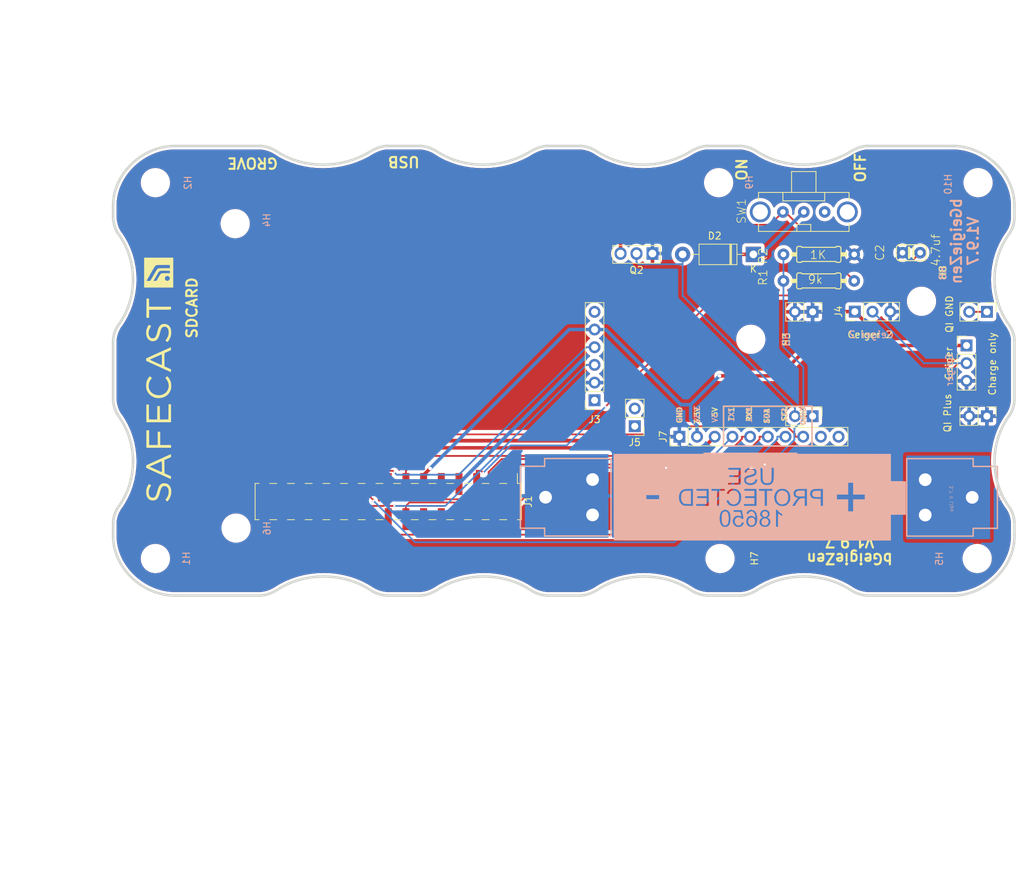
<source format=kicad_pcb>
(kicad_pcb (version 20210228) (generator pcbnew)
  (layers (0 "F.Cu" signal) (31 "B.Cu" signal) (34 "B.Paste" user) (35 "F.Paste" user) (36 "B.SilkS" user "B.Silkscreen") (37 "F.SilkS" user "F.Silkscreen") (38 "B.Mask" user) (39 "F.Mask" user) (44 "Edge.Cuts" user))
  (net 0 "")
  (net 1 "GND")
  (net 2 "/RX2")
  (net 3 "/TX2")
  (net 4 "Net-(J1-Pad3)")
  (net 5 "3.3V")
  (net 6 "5V")
  (net 7 "/GIO0")
  (net 8 "/GIO2")
  (net 9 "/SCL")
  (net 10 "/SDA")
  (net 11 "/RX1")
  (net 12 "/TX1")
  (net 13 "/VBATT")
  (net 14 "/Reset")
  (net 15 "Net-(J9-Pad1)")
  (net 17 "Net-(BT1-Pad1)")
  (net 19 "/GIO34")
  (net 22 "/GIO13")
  (net 24 "/GIO5")
  (net 30 "/AD1")
  (net 37 "Net-(J1-Pad29)")
  (net 47 "Net-(J11-Pad1)")
  (footprint "LOGO" (layer "F.Cu") (at 91.1076 100.23 90)
    (fp_text reference "G***" hide)
    (fp_text value "LOGO" hide)
  )
  (footprint "bGeigieNano V1.1.5:0207_10" (layer "F.Cu") (at 185.903 82.244)
    (fp_text reference "R2")
    (fp_text value "1K")
  )
  (footprint "MountingHole:MountingHole_3.2mm_M3" (layer "F.Cu") (at 90.6526 125.932)
    (fp_text reference "H1" hide)
    (fp_text value "MountingHole_Pad" hide)
  )
  (footprint "Connector_PinHeader_2.54mm:PinHeader_2x15_P2.54mm_Vertical_SMD" (layer "F.Cu") (at 124.083 117.755 -90)
    (fp_text reference "J1")
    (fp_text value "M5 2x15 pin" hide)
  )
  (footprint "Connector_PinHeader_2.54mm:PinHeader_1x02_P2.54mm_Vertical" (layer "F.Cu") (at 210.033 105.485 -90)
    (fp_text reference "J10" hide)
    (fp_text value "QI GND")
  )
  (footprint "Connector_PinSocket_2.54mm:PinSocket_1x06_P2.54mm_Vertical" (layer "F.Cu") (at 153.7076 103.2 180)
    (fp_text reference "J3")
    (fp_text value "GPS")
  )
  (footprint "bGeigieNanoKit V1.1r5a:EG1206" (layer "F.Cu") (at 183.744 76.148 180)
    (fp_text reference "SW1")
    (fp_text value "SW_SPDT" hide)
  )
  (footprint "bGeigieNano V1.1.5:C025-024X044" (layer "F.Cu") (at 199.183 82.005 180)
    (fp_text reference "C2")
    (fp_text value "4.7uf")
  )
  (footprint "MountingHole:MountingHole_3.2mm_M3" (layer "F.Cu") (at 200.645 88.98)
    (fp_text reference "H8")
    (fp_text value "MountingHole_Pad" hide)
  )
  (footprint "MountingHole:MountingHole_3.2mm_M3" (layer "F.Cu") (at 171.7176 125.932)
    (fp_text reference "H7")
    (fp_text value "MountingHole_Pad" hide)
  )
  (footprint "Connector_PinHeader_2.54mm:PinHeader_1x02_P2.54mm_Vertical" (layer "F.Cu") (at 210.033 90.499 -90)
    (fp_text reference "J9" hide)
    (fp_text value "QI Plus")
  )
  (footprint "Connector_PinHeader_2.54mm:PinHeader_1x10_P2.54mm_Vertical" (layer "F.Cu") (at 165.8776 108.4319 90)
    (fp_text reference "J7")
    (fp_text value "Conn_01x14_Female" hide)
  )
  (footprint "MountingHole:MountingHole_3.2mm_M3" (layer "F.Cu") (at 102.108 77.83)
    (fp_text reference "H4" hide)
    (fp_text value "MountingHole_Pad" hide)
  )
  (footprint "MountingHole:MountingHole_3.2mm_M3" (layer "F.Cu") (at 171.5176 71.94)
    (fp_text reference "H9")
    (fp_text value "MountingHole_Pad" hide)
  )
  (footprint "Connector_PinHeader_2.54mm:PinHeader_1x02_P2.54mm_Vertical" (layer "F.Cu") (at 159.4776 106.925 180)
    (fp_text reference "J5")
    (fp_text value "Extra support header" hide)
  )
  (footprint "bGeigieNano V1.1.5:0207_10" (layer "F.Cu") (at 185.903 86.054 180)
    (fp_text reference "R1")
    (fp_text value "9k")
  )
  (footprint "Connector_PinHeader_2.54mm:PinHeader_1x03_P2.54mm_Vertical" (layer "F.Cu") (at 191.0676 90.47 90)
    (fp_text reference "J4")
    (fp_text value "Geiger 2")
  )
  (footprint "Connector_PinHeader_2.54mm:PinHeader_1x03_P2.54mm_Vertical" (layer "F.Cu") (at 207.108 95.33)
    (fp_text reference "J2" hide)
    (fp_text value "Geiger" hide)
  )
  (footprint "Package_TO_SOT_THT:TO-251-3_Vertical" (layer "F.Cu") (at 162.0176 82.124 180)
    (fp_text reference "Q2")
    (fp_text value "IRFR9024")
  )
  (footprint "Connector_PinHeader_2.54mm:PinHeader_1x02_P2.54mm_Vertical" (layer "F.Cu") (at 185.014 90.499 -90)
    (fp_text reference "J8" hide)
    (fp_text value "QI charger GND" hide)
  )
  (footprint "Diode_THT:D_DO-41_SOD81_P10.16mm_Horizontal" (layer "F.Cu") (at 176.5076 82.244 180)
    (fp_text reference "D2")
    (fp_text value "1N4001" hide)
  )
  (footprint "Connector_PinHeader_2.54mm:PinHeader_1x02_P2.54mm_Vertical" (layer "F.Cu") (at 185.014 105.485 -90)
    (fp_text reference "J11" hide)
    (fp_text value "QI charger Plus" hide)
  )
  (footprint "MountingHole:MountingHole_3.2mm_M3" (layer "F.Cu") (at 208.7676 71.94)
    (fp_text reference "H10")
    (fp_text value "MountingHole_Pad" hide)
  )
  (footprint "MountingHole:MountingHole_3.2mm_M3" (layer "F.Cu") (at 90.6526 71.94)
    (fp_text reference "H2" hide)
    (fp_text value "MountingHole_Pad" hide)
  )
  (footprint "MountingHole:MountingHole_3.2mm_M3" (layer "F.Cu") (at 102.2376 121.56)
    (fp_text reference "H6")
    (fp_text value "MountingHole_Pad" hide)
  )
  (footprint "MountingHole:MountingHole_3.2mm_M3" (layer "F.Cu") (at 208.636 125.932)
    (fp_text reference "H5" hide)
    (fp_text value "MountingHole_Pad" hide)
  )
  (footprint "Library:BATTERY_18650-HOLDER" (layer "B.Cu") (at 177.2976 117.14 180)
    (fp_text reference "BT1")
    (fp_text value " 3.7 V Lipo")
  )
  (footprint "MountingHole:MountingHole_3.2mm_M3" (layer "B.Cu") (at 176.134 94.441)
    (fp_text reference "H3")
    (fp_text value "MountingHole_Pad" hide)
  )
  (footprint "bGeigieRaku_M5_1015:18650 map" (layer "B.Cu") (at 177.7976 117.35 -90)
    (fp_text reference "18650 picture" hide)
    (fp_text value "LOGO" hide)
  )
  (gr_line (start 172.2229 109.778) (end 184.9229 109.778) (layer "B.SilkS") (width 0.2))
  (gr_line (start 184.9229 109.778) (end 184.9229 104.063) (layer "B.SilkS") (width 0.2))
  (gr_line (start 172.2229 104.063) (end 172.2229 109.778) (layer "B.SilkS") (width 0.2))
  (gr_line (start 184.9229 104.063) (end 172.2229 104.063) (layer "B.SilkS") (width 0.2))
  (gr_line (start 172.2229 109.778) (end 172.2229 104.063) (layer "F.SilkS") (width 0.2))
  (gr_line (start 184.9229 109.778) (end 172.2229 109.778) (layer "F.SilkS") (width 0.2))
  (gr_line (start 172.2229 104.063) (end 184.9229 104.063) (layer "F.SilkS") (width 0.2))
  (gr_line (start 184.9229 104.063) (end 184.9229 109.778) (layer "F.SilkS") (width 0.2))
  (gr_line (start 174.598542 131.255408) (end 169.939415 131.255408) (layer "Edge.Cuts") (width 0.358429))
  (gr_line (start 206.704062 66.820288) (end 207.136872 66.916099) (layer "Edge.Cuts") (width 0.358429))
  (gr_line (start 213.353563 79.12514) (end 213.27604 79.248618) (layer "Edge.Cuts") (width 0.358429))
  (gr_line (start 175.634627 66.8298) (end 175.778594 66.871009) (layer "Edge.Cuts") (width 0.358429))
  (gr_line (start 212.77262 79.987178) (end 212.336322 80.760432) (layer "Edge.Cuts") (width 0.358429))
  (gr_line (start 86.387142 70.198077) (end 86.662948 69.864555) (layer "Edge.Cuts") (width 0.358429))
  (gr_line (start 123.523405 131.212382) (end 123.375121 131.188894) (layer "Edge.Cuts") (width 0.358429))
  (gr_line (start 166.893115 67.811427) (end 167.669785 67.351386) (layer "Edge.Cuts") (width 0.358429))
  (gr_line (start 192.923043 66.66561) (end 204.922097 66.66561) (layer "Edge.Cuts") (width 0.358429))
  (gr_line (start 140.505604 69.061518) (end 141.391117 68.838776) (layer "Edge.Cuts") (width 0.358429))
  (gr_line (start 129.95391 66.916514) (end 130.094916 66.966268) (layer "Edge.Cuts") (width 0.358429))
  (gr_line (start 157.165363 129.026995) (end 156.301191 129.316332) (layer "Edge.Cuts") (width 0.358429))
  (gr_line (start 87.583304 128.980165) (end 87.261905 128.686156) (layer "Edge.Cuts") (width 0.358429))
  (gr_line (start 168.621535 66.924171) (end 168.762967 66.875438) (layer "Edge.Cuts") (width 0.358429))
  (gr_line (start 213.276009 118.578193) (end 213.354436 118.701312) (layer "Edge.Cuts") (width 0.358429))
  (gr_line (start 145.492159 130.955261) (end 145.352834 130.901316) (layer "Edge.Cuts") (width 0.358429))
  (gr_line (start 89.774675 67.507295) (end 90.177112 67.329686) (layer "Edge.Cuts") (width 0.358429))
  (gr_line (start 123.972176 131.255408) (end 123.822067 131.245687) (layer "Edge.Cuts") (width 0.358429))
  (gr_line (start 86.127973 70.543379) (end 86.387142 70.198077) (layer "Edge.Cuts") (width 0.358429))
  (gr_line (start 213.29852 72.028294) (end 213.463673 72.422114) (layer "Edge.Cuts") (width 0.358429))
  (gr_line (start 192.033341 66.79081) (end 192.17861 66.755634) (layer "Edge.Cuts") (width 0.358429))
  (gr_line (start 85.27214 72.028521) (end 85.457527 71.643031) (layer "Edge.Cuts") (width 0.358429))
  (gr_line (start 84.663449 74.066829) (end 84.740345 73.646696) (layer "Edge.Cuts") (width 0.358429))
  (gr_line (start 162.603864 128.641225) (end 161.693141 128.544777) (layer "Edge.Cuts") (width 0.358429))
  (gr_line (start 213.946806 77.5044) (end 213.922224 77.646438) (layer "Edge.Cuts") (width 0.358429))
  (gr_line (start 213.353533 105.24985) (end 213.276009 105.373328) (layer "Edge.Cuts") (width 0.358429))
  (gr_line (start 204.922081 131.255561) (end 192.923043 131.255561) (layer "Edge.Cuts") (width 0.358429))
  (gr_line (start 106.82717 131.049689) (end 106.683397 131.091393) (layer "Edge.Cuts") (width 0.358429))
  (gr_line (start 176.200503 130.899278) (end 176.061266 130.953528) (layer "Edge.Cuts") (width 0.358429))
  (gr_line (start 213.557367 92.962764) (end 213.621388 93.093924) (layer "Edge.Cuts") (width 0.358429))
  (gr_line (start 129.66739 66.8298) (end 129.811357 66.871009) (layer "Edge.Cuts") (width 0.358429))
  (gr_line (start 122.654293 66.924171) (end 122.795725 66.875438) (layer "Edge.Cuts") (width 0.358429))
  (gr_line (start 85.009775 104.86657) (end 84.950368 104.734601) (layer "Edge.Cuts") (width 0.358429))
  (gr_line (start 85.272291 125.893244) (end 85.107133 125.49942) (layer "Edge.Cuts") (width 0.358429))
  (gr_line (start 87.308439 113.725364) (end 87.409126 112.852984) (layer "Edge.Cuts") (width 0.358429))
  (gr_line (start 187.358372 68.838776) (end 188.224201 68.555756) (layer "Edge.Cuts") (width 0.358429))
  (gr_line (start 117.521987 69.061518) (end 118.407501 68.838776) (layer "Edge.Cuts") (width 0.358429))
  (gr_line (start 87.409132 111.098306) (end 87.308451 110.225919) (layer "Edge.Cuts") (width 0.358429))
  (gr_line (start 168.903313 131.091657) (end 168.759342 131.050479) (layer "Edge.Cuts") (width 0.358429))
  (gr_line (start 213.77755 78.204902) (end 213.730043 78.341454) (layer "Edge.Cuts") (width 0.358429))
  (gr_line (start 189.876736 67.811425) (end 190.653405 67.351386) (layer "Edge.Cuts") (width 0.358429))
  (gr_line (start 165.253242 129.316349) (end 164.389088 129.027012) (layer "Edge.Cuts") (width 0.358429))
  (gr_line (start 183.748394 69.361712) (end 184.662852 69.323622) (layer "Edge.Cuts") (width 0.358429))
  (gr_line (start 106.827736 66.871009) (end 106.970289 66.916514) (layer "Edge.Cuts") (width 0.358429))
  (gr_line (start 175.921147 66.916514) (end 176.062152 66.966268) (layer "Edge.Cuts") (width 0.358429))
  (gr_line (start 146.955803 131.255408) (end 146.805694 131.245687) (layer "Edge.Cuts") (width 0.358429))
  (gr_line (start 85.554864 92.08868) (end 85.79818 91.714752) (layer "Edge.Cuts") (width 0.358429))
  (gr_line (start 161.693141 128.544777) (end 160.777242 128.512626) (layer "Edge.Cuts") (width 0.358429))
  (gr_line (start 107.523686 67.140555) (end 107.657161 67.206834) (layer "Edge.Cuts") (width 0.358429))
  (gr_line (start 153.216892 130.899278) (end 153.077656 130.953528) (layer "Edge.Cuts") (width 0.358429))
  (gr_line (start 123.672432 131.231329) (end 123.523405 131.212382) (layer "Edge.Cuts") (width 0.358429))
  (gr_line (start 159.850701 69.336985) (end 160.764771 69.361718) (layer "Edge.Cuts") (width 0.358429))
  (gr_line (start 213.981704 103.343018) (end 213.966639 103.486355) (layer "Edge.Cuts") (width 0.358429))
  (gr_line (start 192.772931 131.245839) (end 192.623294 131.231481) (layer "Edge.Cuts") (width 0.358429))
  (gr_line (start 213.730325 73.231941) (end 213.830376 73.646562) (layer "Edge.Cuts") (width 0.358429))
  (gr_line (start 84.840469 124.689592) (end 84.740408 124.274973) (layer "Edge.Cuts") (width 0.358429))
  (gr_line (start 189.075135 129.670135) (end 188.236851 129.316502) (layer "Edge.Cuts") (width 0.358429))
  (gr_line (start 213.562798 119.084326) (end 213.623275 119.21607) (layer "Edge.Cuts") (width 0.358429))
  (gr_line (start 84.610445 123.42979) (end 84.581989 123.000613) (layer "Edge.Cuts") (width 0.358429))
  (gr_line (start 212.336305 90.941603) (end 212.77261 91.71488) (layer "Edge.Cuts") (width 0.358429))
  (gr_line (start 213.991936 94.62757) (end 213.991936 103.199225) (layer "Edge.Cuts") (width 0.358429))
  (gr_line (start 112.076547 69.096503) (end 112.974788 69.248789) (layer "Edge.Cuts") (width 0.358429))
  (gr_line (start 210.987496 68.941403) (end 211.308898 69.235412) (layer "Edge.Cuts") (width 0.358429))
  (gr_line (start 213.607885 125.09784) (end 213.463729 125.499263) (layer "Edge.Cuts") (width 0.358429))
  (gr_line (start 152.35937 66.760462) (end 152.505761 66.792936) (layer "Edge.Cuts") (width 0.358429))
  (gr_line (start 211.430129 114.587896) (end 211.665057 115.435509) (layer "Edge.Cuts") (width 0.358429))
  (gr_line (start 191.746596 66.875443) (end 191.889329 66.830867) (layer "Edge.Cuts") (width 0.358429))
  (gr_line (start 133.315026 68.597101) (end 134.177366 68.879485) (layer "Edge.Cuts") (width 0.358429))
  (gr_line (start 93.648639 66.66561) (end 105.647683 66.66561) (layer "Edge.Cuts") (width 0.358429))
  (gr_line (start 176.201476 67.020224) (end 176.338984 67.078336) (layer "Edge.Cuts") (width 0.358429))
  (gr_line (start 158.050228 128.801956) (end 157.165363 129.026995) (layer "Edge.Cuts") (width 0.358429))
  (gr_line (start 213.426947 78.999409) (end 213.353563 79.12514) (layer "Edge.Cuts") (width 0.358429))
  (gr_line (start 213.426917 105.12412) (end 213.353533 105.24985) (layer "Edge.Cuts") (width 0.358429))
  (gr_line (start 211.665072 89.310803) (end 211.967126 90.138592) (layer "Edge.Cuts") (width 0.358429))
  (gr_line (start 84.845153 104.465406) (end 84.799171 104.328502) (layer "Edge.Cuts") (width 0.358429))
  (gr_line (start 84.648607 94.055482) (end 84.677874 93.914286) (layer "Edge.Cuts") (width 0.358429))
  (gr_line (start 159.861341 128.544771) (end 158.950612 128.641215) (layer "Edge.Cuts") (width 0.358429))
  (gr_line (start 130.771601 130.643361) (end 130.640043 130.712984) (layer "Edge.Cuts") (width 0.358429))
  (gr_line (start 93.648643 131.255439) (end 93.19701 131.252545) (layer "Edge.Cuts") (width 0.358429))
  (gr_line (start 153.355365 67.078336) (end 153.490923 67.140555) (layer "Edge.Cuts") (width 0.358429))
  (gr_line (start 116.636616 128.641225) (end 115.725893 128.544777) (layer "Edge.Cuts") (width 0.358429))
  (gr_line (start 211.309164 128.685977) (end 210.98778 128.98) (layer "Edge.Cuts") (width 0.358429))
  (gr_line (start 106.683397 131.091393) (end 106.538345 131.128722) (layer "Edge.Cuts") (width 0.358429))
  (gr_line (start 84.632041 103.627324) (end 84.610561 103.484881) (layer "Edge.Cuts") (width 0.358429))
  (gr_line (start 152.063686 66.708876) (end 152.211967 66.732427) (layer "Edge.Cuts") (width 0.358429))
  (gr_line (start 213.922224 77.646438) (end 213.892958 77.787635) (layer "Edge.Cuts") (width 0.358429))
  (gr_line (start 212.336322 80.760432) (end 211.967146 81.563424) (layer "Edge.Cuts") (width 0.358429))
  (gr_line (start 151.76503 66.675421) (end 151.914663 66.689859) (layer "Edge.Cuts") (width 0.358429))
  (gr_line (start 153.078532 66.966268) (end 153.217856 67.020224) (layer "Edge.Cuts") (width 0.358429))
  (gr_line (start 174.598542 66.66561) (end 174.74865 66.675421) (layer "Edge.Cuts") (width 0.358429))
  (gr_line (start 89.381999 130.218005) (end 88.99911 130.003707) (layer "Edge.Cuts") (width 0.358429))
  (gr_line (start 208.796087 130.414242) (end 208.393653 130.591828) (layer "Edge.Cuts") (width 0.358429))
  (gr_line (start 204.922173 66.665717) (end 205.373796 66.668673) (layer "Edge.Cuts") (width 0.358429))
  (gr_line (start 85.074671 92.830378) (end 85.143863 92.702523) (layer "Edge.Cuts") (width 0.358429))
  (gr_line (start 212.772594 106.111891) (end 212.3363 106.885145) (layer "Edge.Cuts") (width 0.358429))
  (gr_line (start 129.811357 66.871009) (end 129.95391 66.916514) (layer "Edge.Cuts") (width 0.358429))
  (gr_line (start 84.663492 123.854808) (end 84.610445 123.42979) (layer "Edge.Cuts") (width 0.358429))
  (gr_line (start 84.578853 103.199073) (end 84.578853 94.627387) (layer "Edge.Cuts") (width 0.358429))
  (gr_line (start 84.610561 103.484881) (end 84.592861 103.342077) (layer "Edge.Cuts") (width 0.358429))
  (gr_line (start 151.61493 131.255408) (end 146.955807 131.255408) (layer "Edge.Cuts") (width 0.358429))
  (gr_line (start 107.917321 67.351386) (end 108.688176 67.833688) (layer "Edge.Cuts") (width 0.358429))
  (gr_line (start 211.161654 86.728327) (end 211.262336 87.600714) (layer "Edge.Cuts") (width 0.358429))
  (gr_line (start 153.217856 67.020224) (end 153.355365 67.078336) (layer "Edge.Cuts") (width 0.358429))
  (gr_line (start 107.110412 130.953542) (end 106.969547 131.003706) (layer "Edge.Cuts") (width 0.358429))
  (gr_line (start 129.953167 131.003694) (end 129.81079 131.049678) (layer "Edge.Cuts") (width 0.358429))
  (gr_line (start 113.883453 69.33698) (end 114.797523 69.361712) (layer "Edge.Cuts") (width 0.358429))
  (gr_line (start 213.496113 104.996265) (end 213.426917 105.12412) (layer "Edge.Cuts") (width 0.358429))
  (gr_line (start 151.914663 66.689859) (end 152.063686 66.708876) (layer "Edge.Cuts") (width 0.358429))
  (gr_line (start 105.647683 66.66561) (end 105.797791 66.675421) (layer "Edge.Cuts") (width 0.358429))
  (gr_line (start 213.015934 92.08882) (end 213.27604 92.453467) (layer "Edge.Cuts") (width 0.358429))
  (gr_line (start 169.939423 131.255408) (end 169.789314 131.245687) (layer "Edge.Cuts") (width 0.358429))
  (gr_line (start 84.892572 78.478011) (end 84.843961 78.34212) (layer "Edge.Cuts") (width 0.358429))
  (gr_line (start 175.920401 131.003694) (end 175.778024 131.049678) (layer "Edge.Cuts") (width 0.358429))
  (gr_line (start 211.907576 69.86432) (end 212.183405 70.197834) (layer "Edge.Cuts") (width 0.358429))
  (gr_line (start 167.798671 130.644407) (end 167.669777 130.570136) (layer "Edge.Cuts") (width 0.358429))
  (gr_line (start 87.261905 128.686156) (end 86.954974 128.378285) (layer "Edge.Cuts") (width 0.358429))
  (gr_line (start 86.603668 107.688037) (end 86.234492 106.885022) (layer "Edge.Cuts") (width 0.358429))
  (gr_line (start 191.047009 130.781145) (end 190.913542 130.714861) (layer "Edge.Cuts") (width 0.358429))
  (gr_line (start 92.305327 131.174673) (end 91.866723 131.101081) (layer "Edge.Cuts") (width 0.358429))
  (gr_line (start 167.669777 67.351386) (end 167.934656 67.217566) (layer "Edge.Cuts") (width 0.358429))
  (gr_line (start 213.920831 120.180557) (end 213.945357 120.322656) (layer "Edge.Cuts") (width 0.358429))
  (gr_line (start 213.945675 94.051703) (end 213.96862 94.19384) (layer "Edge.Cuts") (width 0.358429))
  (gr_line (start 121.962678 130.714709) (end 121.831431 130.644407) (layer "Edge.Cuts") (width 0.358429))
  (gr_line (start 145.359037 67.032668) (end 145.497802 66.976702) (layer "Edge.Cuts") (width 0.358429))
  (gr_line (start 213.859058 77.927864) (end 213.820572 78.066996) (layer "Edge.Cuts") (width 0.358429))
  (gr_line (start 146.955796 66.66561) (end 151.614922 66.66561) (layer "Edge.Cuts") (width 0.358429))
  (gr_line (start 87.140629 88.46313) (end 87.308438 87.600662) (layer "Edge.Cuts") (width 0.358429))
  (gr_line (start 211.262335 110.225973) (end 211.161649 111.098353) (layer "Edge.Cuts") (width 0.358429))
  (gr_line (start 84.711775 93.774058) (end 84.75026 93.634928) (layer "Edge.Cuts") (width 0.358429))
  (gr_line (start 169.489205 66.701367) (end 169.638115 66.683002) (layer "Edge.Cuts") (width 0.358429))
  (gr_line (start 185.587471 128.641378) (end 184.676747 128.54493) (layer "Edge.Cuts") (width 0.358429))
  (gr_line (start 146.211357 66.755631) (end 146.357862 66.725697) (layer "Edge.Cuts") (width 0.358429))
  (gr_line (start 106.244728 66.732427) (end 106.392131 66.760462) (layer "Edge.Cuts") (width 0.358429))
  (gr_line (start 191.889329 66.830867) (end 192.033341 66.79081) (layer "Edge.Cuts") (width 0.358429))
  (gr_line (start 152.359375 131.161573) (end 152.212114 131.189864) (layer "Edge.Cuts") (width 0.358429))
  (gr_line (start 106.538345 131.128722) (end 106.392129 131.161579) (layer "Edge.Cuts") (width 0.358429))
  (gr_line (start 133.317569 129.316332) (end 132.479264 129.669968) (layer "Edge.Cuts") (width 0.358429))
  (gr_line (start 84.962952 125.097972) (end 84.840469 124.689592) (layer "Edge.Cuts") (width 0.358429))
  (gr_line (start 84.892726 93.225405) (end 84.949053 93.091947) (layer "Edge.Cuts") (width 0.358429))
  (gr_line (start 123.822067 131.245687) (end 123.672432 131.231329) (layer "Edge.Cuts") (width 0.358429))
  (gr_line (start 89.775017 130.414281) (end 89.381999 130.218005) (layer "Edge.Cuts") (width 0.358429))
  (gr_line (start 146.804569 66.670962) (end 146.955796 66.66561) (layer "Edge.Cuts") (width 0.358429))
  (gr_line (start 84.677874 93.914286) (end 84.711775 93.774058) (layer "Edge.Cuts") (width 0.358429))
  (gr_line (start 167.92992 130.714709) (end 167.798671 130.644407) (layer "Edge.Cuts") (width 0.358429))
  (gr_line (start 155.462885 129.669968) (end 154.655619 130.087902) (layer "Edge.Cuts") (width 0.358429))
  (gr_line (start 152.50559 131.128714) (end 152.359375 131.161573) (layer "Edge.Cuts") (width 0.358429))
  (gr_line (start 85.074673 118.955042) (end 85.143864 118.827187) (layer "Edge.Cuts") (width 0.358429))
  (gr_line (start 85.294767 79.248435) (end 85.213233 79.126453) (layer "Edge.Cuts") (width 0.358429))
  (gr_line (start 140.520612 128.80197) (end 139.620238 128.641225) (layer "Edge.Cuts") (width 0.358429))
  (gr_line (start 191.182563 130.843363) (end 191.047009 130.781145) (layer "Edge.Cuts") (width 0.358429))
  (gr_line (start 128.631302 66.66561) (end 128.781411 66.675421) (layer "Edge.Cuts") (width 0.358429))
  (gr_line (start 135.066605 128.801956) (end 134.18174 129.026995) (layer "Edge.Cuts") (width 0.358429))
  (gr_line (start 87.308451 110.225919) (end 87.140647 109.363441) (layer "Edge.Cuts") (width 0.358429))
  (gr_line (start 211.430158 83.238795) (end 211.262348 84.101264) (layer "Edge.Cuts") (width 0.358429))
  (gr_line (start 85.143863 92.702523) (end 85.217245 92.576793) (layer "Edge.Cuts") (width 0.358429))
  (gr_line (start 209.944037 129.771974) (end 209.572002 130.003622) (layer "Edge.Cuts") (width 0.358429))
  (gr_line (start 145.22164 67.091708) (end 145.359037 67.032668) (layer "Edge.Cuts") (width 0.358429))
  (gr_line (start 213.01594 79.613252) (end 212.77262 79.987178) (layer "Edge.Cuts") (width 0.358429))
  (gr_line (start 211.262336 87.600714) (end 211.430142 88.463192) (layer "Edge.Cuts") (width 0.358429))
  (gr_line (start 211.430142 88.463192) (end 211.665072 89.310803) (layer "Edge.Cuts") (width 0.358429))
  (gr_line (start 132.479264 129.669968) (end 131.671999 130.087902) (layer "Edge.Cuts") (width 0.358429))
  (gr_line (start 85.004509 78.744235) (end 84.945998 78.612121) (layer "Edge.Cuts") (width 0.358429))
  (gr_line (start 212.336285 117.066315) (end 212.772585 117.839598) (layer "Edge.Cuts") (width 0.358429))
  (gr_line (start 130.23424 67.020224) (end 130.371749 67.078336) (layer "Edge.Cuts") (width 0.358429))
  (gr_line (start 84.578853 77.074347) (end 84.578853 75.353476) (layer "Edge.Cuts") (width 0.358429))
  (gr_line (start 191.188892 67.091714) (end 191.32629 67.032675) (layer "Edge.Cuts") (width 0.358429))
  (gr_line (start 85.457527 71.643031) (end 85.662443 71.266548) (layer "Edge.Cuts") (width 0.358429))
  (gr_line (start 84.578849 75.353553) (end 84.581978 74.92095) (layer "Edge.Cuts") (width 0.358429))
  (gr_line (start 158.942036 69.248793) (end 159.850701 69.336985) (layer "Edge.Cuts") (width 0.358429))
  (gr_line (start 122.238023 67.091708) (end 122.375421 67.032668) (layer "Edge.Cuts") (width 0.358429))
  (gr_line (start 186.472859 69.061518) (end 187.358372 68.838776) (layer "Edge.Cuts") (width 0.358429))
  (gr_line (start 85.662443 71.266548) (end 85.886166 70.899767) (layer "Edge.Cuts") (width 0.358429))
  (gr_line (start 136.877717 128.544771) (end 135.966988 128.641215) (layer "Edge.Cuts") (width 0.358429))
  (gr_line (start 86.603646 90.138503) (end 86.905698 89.310729) (layer "Edge.Cuts") (width 0.358429))
  (gr_line (start 213.991936 103.199225) (end 213.981704 103.343018) (layer "Edge.Cuts") (width 0.358429))
  (gr_line (start 84.589098 120.608289) (end 84.604172 120.464952) (layer "Edge.Cuts") (width 0.358429))
  (gr_line (start 85.143864 118.827187) (end 85.217245 118.701457) (layer "Edge.Cuts") (width 0.358429))
  (gr_line (start 213.879879 93.771265) (end 213.915937 93.910835) (layer "Edge.Cuts") (width 0.358429))
  (gr_line (start 86.234493 80.760319) (end 85.798192 79.98704) (layer "Edge.Cuts") (width 0.358429))
  (gr_line (start 86.954974 128.378285) (end 86.663234 128.057244) (layer "Edge.Cuts") (width 0.358429))
  (gr_line (start 205.37385 131.252682) (end 204.922158 131.255591) (layer "Edge.Cuts") (width 0.358429))
  (gr_line (start 213.96862 94.19384) (end 213.984296 94.337217) (layer "Edge.Cuts") (width 0.358429))
  (gr_line (start 152.937527 66.916514) (end 153.078532 66.966268) (layer "Edge.Cuts") (width 0.358429))
  (gr_line (start 106.244867 131.189868) (end 106.096675 131.213492) (layer "Edge.Cuts") (width 0.358429))
  (gr_line (start 168.342661 67.032668) (end 168.481425 66.976702) (layer "Edge.Cuts") (width 0.358429))
  (gr_line (start 189.882375 130.088064) (end 189.075135 129.670135) (layer "Edge.Cuts") (width 0.358429))
  (gr_line (start 209.571675 67.917837) (end 209.943716 68.149473) (layer "Edge.Cuts") (width 0.358429))
  (gr_line (start 192.472831 66.701369) (end 192.62174 66.683003) (layer "Edge.Cuts") (width 0.358429))
  (gr_line (start 135.966988 128.641215) (end 135.066605 128.801956) (layer "Edge.Cuts") (width 0.358429))
  (gr_line (start 143.90948 67.811425) (end 144.68615 67.351386) (layer "Edge.Cuts") (width 0.358429))
  (gr_line (start 129.522144 66.792936) (end 129.66739 66.8298) (layer "Edge.Cuts") (width 0.358429))
  (gr_line (start 175.047306 66.708876) (end 175.195586 66.732427) (layer "Edge.Cuts") (width 0.358429))
  (gr_line (start 129.81079 131.049678) (end 129.667017 131.091383) (layer "Edge.Cuts") (width 0.358429))
  (gr_line (start 85.107133 125.49942) (end 84.962952 125.097972) (layer "Edge.Cuts") (width 0.358429))
  (gr_line (start 120.925867 67.811425) (end 121.702538 67.351386) (layer "Edge.Cuts") (width 0.358429))
  (gr_line (start 108.688176 67.833688) (end 109.494544 68.248714) (layer "Edge.Cuts") (width 0.358429))
  (gr_line (start 144.686154 67.351386) (end 144.951032 67.217566) (layer "Edge.Cuts") (width 0.358429))
  (gr_line (start 84.740408 124.274973) (end 84.663492 123.854808) (layer "Edge.Cuts") (width 0.358429))
  (gr_line (start 84.843961 78.34212) (end 84.799897 78.204661) (layer "Edge.Cuts") (width 0.358429))
  (gr_line (start 213.276009 105.373328) (end 213.015911 105.737963) (layer "Edge.Cuts") (width 0.358429))
  (gr_line (start 206.265464 66.746651) (end 206.704062 66.820288) (layer "Edge.Cuts") (width 0.358429))
  (gr_line (start 120.114459 68.213093) (end 120.925867 67.811425) (layer "Edge.Cuts") (width 0.358429))
  (gr_line (start 168.06339 130.780992) (end 167.92992 130.714709) (layer "Edge.Cuts") (width 0.358429))
  (gr_line (start 84.663741 77.643453) (end 84.638384 77.50138) (layer "Edge.Cuts") (width 0.358429))
  (gr_line (start 85.457702 126.278749) (end 85.272291 125.893244) (layer "Edge.Cuts") (width 0.358429))
  (gr_line (start 153.755221 130.643361) (end 153.623664 130.712984) (layer "Edge.Cuts") (width 0.358429))
  (gr_line (start 130.640783 67.206834) (end 130.772042 67.277127) (layer "Edge.Cuts") (width 0.358429))
  (gr_line (start 156.301191 129.316332) (end 155.462885 129.669968) (layer "Edge.Cuts") (width 0.358429))
  (gr_line (start 85.662642 126.655243) (end 85.457702 126.278749) (layer "Edge.Cuts") (width 0.358429))
  (gr_line (start 158.950612 128.641215) (end 158.050228 128.801956) (layer "Edge.Cuts") (width 0.358429))
  (gr_line (start 176.338984 67.078336) (end 176.474543 67.140555) (layer "Edge.Cuts") (width 0.358429))
  (gr_line (start 84.578853 120.752082) (end 84.589098 120.608289) (layer "Edge.Cuts") (width 0.358429))
  (gr_line (start 122.514185 66.976702) (end 122.654293 66.924171) (layer "Edge.Cuts") (width 0.358429))
  (gr_line (start 179.284795 129.316484) (end 178.446489 129.67012) (layer "Edge.Cuts") (width 0.358429))
  (gr_line (start 153.884568 130.570136) (end 153.755221 130.643361) (layer "Edge.Cuts") (width 0.358429))
  (gr_line (start 211.308898 69.235412) (end 211.615833 69.543281) (layer "Edge.Cuts") (width 0.358429))
  (gr_line (start 107.522769 130.77892) (end 107.387139 130.841052) (layer "Edge.Cuts") (width 0.358429))
  (gr_line (start 91.866723 131.101081) (end 91.43391 131.005309) (layer "Edge.Cuts") (width 0.358429))
  (gr_line (start 213.113112 71.642793) (end 213.29852 72.028294) (layer "Edge.Cuts") (width 0.358429))
  (gr_line (start 175.195586 66.732427) (end 175.342989 66.760462) (layer "Edge.Cuts") (width 0.358429))
  (gr_line (start 131.671999 130.087902) (end 130.900948 130.570136) (layer "Edge.Cuts") (width 0.358429))
  (gr_line (start 211.16166 84.973646) (end 211.128095 85.850985) (layer "Edge.Cuts") (width 0.358429))
  (gr_line (start 213.891808 120.03925) (end 213.920831 120.180557) (layer "Edge.Cuts") (width 0.358429))
  (gr_line (start 129.375749 131.161573) (end 129.228487 131.189864) (layer "Edge.Cuts") (width 0.358429))
  (gr_line (start 177.639043 67.833688) (end 178.445411 68.248714) (layer "Edge.Cuts") (width 0.358429))
  (gr_line (start 213.463673 72.422114) (end 213.607849 72.823561) (layer "Edge.Cuts") (width 0.358429))
  (gr_line (start 145.497802 66.976702) (end 145.637911 66.924171) (layer "Edge.Cuts") (width 0.358429))
  (gr_line (start 210.304494 129.523692) (end 209.944037 129.771974) (layer "Edge.Cuts") (width 0.358429))
  (gr_line (start 175.778594 66.871009) (end 175.921147 66.916514) (layer "Edge.Cuts") (width 0.358429))
  (gr_line (start 88.99911 130.003707) (end 88.627073 129.772082) (layer "Edge.Cuts") (width 0.358429))
  (gr_line (start 84.75026 93.634928) (end 84.79328 93.497023) (layer "Edge.Cuts") (width 0.358429))
  (gr_line (start 91.433656 66.916049) (end 91.866506 66.82021) (layer "Edge.Cuts") (width 0.358429))
  (gr_line (start 121.702538 130.570136) (end 120.931516 130.087912) (layer "Edge.Cuts") (width 0.358429))
  (gr_line (start 107.387139 130.841052) (end 107.249648 130.899291) (layer "Edge.Cuts") (width 0.358429))
  (gr_line (start 166.081707 68.213098) (end 166.893115 67.811427) (layer "Edge.Cuts") (width 0.358429))
  (gr_line (start 205.821801 66.695882) (end 206.265464 66.746651) (layer "Edge.Cuts") (width 0.358429))
  (gr_line (start 213.858288 119.898877) (end 213.891808 120.03925) (layer "Edge.Cuts") (width 0.358429))
  (gr_line (start 213.907273 123.854787) (end 213.83038 124.274909) (layer "Edge.Cuts") (width 0.358429))
  (gr_line (start 121.967416 67.217566) (end 122.238023 67.091708) (layer "Edge.Cuts") (width 0.358429))
  (gr_line (start 178.445411 68.248714) (end 179.282275 68.597101) (layer "Edge.Cuts") (width 0.358429))
  (gr_line (start 207.982234 67.171474) (end 208.39334 67.329652) (layer "Edge.Cuts") (width 0.358429))
  (gr_line (start 128.781411 66.675421) (end 128.931044 66.689859) (layer "Edge.Cuts") (width 0.358429))
  (gr_line (start 176.062152 66.966268) (end 176.201476 67.020224) (layer "Edge.Cuts") (width 0.358429))
  (gr_line (start 168.475777 130.955261) (end 168.336452 130.901316) (layer "Edge.Cuts") (width 0.358429))
  (gr_line (start 134.18174 129.026995) (end 133.317569 129.316332) (layer "Edge.Cuts") (width 0.358429))
  (gr_line (start 213.777762 119.621512) (end 213.820272 119.759583) (layer "Edge.Cuts") (width 0.358429))
  (gr_line (start 145.079772 130.780992) (end 144.946303 130.714709) (layer "Edge.Cuts") (width 0.358429))
  (gr_line (start 207.982532 130.750006) (end 207.563446 130.888083) (layer "Edge.Cuts") (width 0.358429))
  (gr_line (start 107.249648 130.899291) (end 107.110412 130.953542) (layer "Edge.Cuts") (width 0.358429))
  (gr_line (start 115.725893 128.544777) (end 114.809994 128.512626) (layer "Edge.Cuts") (width 0.358429))
  (gr_line (start 111.193748 68.879485) (end 112.076547 69.096503) (layer "Edge.Cuts") (width 0.358429))
  (gr_line (start 92.748996 131.225392) (end 92.305327 131.174673) (layer "Edge.Cuts") (width 0.358429))
  (gr_line (start 213.27604 79.248618) (end 213.01594 79.613252) (layer "Edge.Cuts") (width 0.358429))
  (gr_line (start 152.794415 131.049678) (end 152.650642 131.091383) (layer "Edge.Cuts") (width 0.358429))
  (gr_line (start 85.073832 104.996572) (end 85.009775 104.86657) (layer "Edge.Cuts") (width 0.358429))
  (gr_line (start 190.653405 67.351386) (end 190.918283 67.217571) (layer "Edge.Cuts") (width 0.358429))
  (gr_line (start 84.604172 120.464952) (end 84.624027 120.322199) (layer "Edge.Cuts") (width 0.358429))
  (gr_line (start 208.795764 67.507234) (end 209.188784 67.703527) (layer "Edge.Cuts") (width 0.358429))
  (gr_line (start 144.951032 67.217566) (end 145.22164 67.091708) (layer "Edge.Cuts") (width 0.358429))
  (gr_line (start 105.947424 66.689859) (end 106.096448 66.708876) (layer "Edge.Cuts") (width 0.358429))
  (gr_line (start 111.198116 129.026995) (end 110.333944 129.316332) (layer "Edge.Cuts") (width 0.358429))
  (gr_line (start 166.091525 129.669983) (end 165.253242 129.316349) (layer "Edge.Cuts") (width 0.358429))
  (gr_line (start 87.409132 84.973598) (end 87.308451 84.101211) (layer "Edge.Cuts") (width 0.358429))
  (gr_line (start 160.777242 128.512626) (end 159.861341 128.544771) (layer "Edge.Cuts") (width 0.358429))
  (gr_line (start 86.603669 81.563331) (end 86.234493 80.760319) (layer "Edge.Cuts") (width 0.358429))
  (gr_line (start 115.71198 69.323622) (end 116.621808 69.223345) (layer "Edge.Cuts") (width 0.358429))
  (gr_line (start 87.14063 114.587831) (end 87.308439 113.725364) (layer "Edge.Cuts") (width 0.358429))
  (gr_line (start 213.730343 124.689491) (end 213.607885 125.09784) (layer "Edge.Cuts") (width 0.358429))
  (gr_line (start 192.325114 66.7257) (end 192.472831 66.701369) (layer "Edge.Cuts") (width 0.358429))
  (gr_line (start 91.43391 131.005309) (end 91.00761 130.888049) (layer "Edge.Cuts") (width 0.358429))
  (gr_line (start 130.640043 130.712984) (end 130.506391 130.778909) (layer "Edge.Cuts") (width 0.358429))
  (gr_line (start 85.798192 106.11174) (end 85.55487 105.737797) (layer "Edge.Cuts") (width 0.358429))
  (gr_line (start 84.760111 78.065851) (end 84.724336 77.925903) (layer "Edge.Cuts") (width 0.358429))
  (gr_line (start 176.607276 130.712984) (end 176.473624 130.778909) (layer "Edge.Cuts") (width 0.358429))
  (gr_line (start 85.217245 118.701457) (end 85.294767 118.577979) (layer "Edge.Cuts") (width 0.358429))
  (gr_line (start 129.080295 131.213489) (end 128.931289 131.232353) (layer "Edge.Cuts") (width 0.358429))
  (gr_line (start 211.967146 81.563424) (end 211.665091 82.391197) (layer "Edge.Cuts") (width 0.358429))
  (gr_line (start 85.886166 70.899767) (end 86.127973 70.543379) (layer "Edge.Cuts") (width 0.358429))
  (gr_line (start 189.065329 68.213093) (end 189.876736 67.811425) (layer "Edge.Cuts") (width 0.358429))
  (gr_line (start 122.795725 66.875438) (end 122.938457 66.830862) (layer "Edge.Cuts") (width 0.358429))
  (gr_line (start 131.671795 67.833688) (end 132.478163 68.248714) (layer "Edge.Cuts") (width 0.358429))
  (gr_line (start 84.740345 73.646696) (end 84.840386 73.232106) (layer "Edge.Cuts") (width 0.358429))
  (gr_line (start 107.917325 130.570136) (end 107.787978 130.643366) (layer "Edge.Cuts") (width 0.358429))
  (gr_line (start 123.227738 66.755631) (end 123.374242 66.725697) (layer "Edge.Cuts") (width 0.358429))
  (gr_line (start 190.913542 130.714861) (end 190.782296 130.64456) (layer "Edge.Cuts") (width 0.358429))
  (gr_line (start 169.049712 66.790806) (end 169.194982 66.755631) (layer "Edge.Cuts") (width 0.358429))
  (gr_line (start 181.925658 69.248789) (end 182.834323 69.33698) (layer "Edge.Cuts") (width 0.358429))
  (gr_line (start 192.32598 131.189046) (end 192.178571 131.161064) (layer "Edge.Cuts") (width 0.358429))
  (gr_line (start 107.656421 130.712993) (end 107.522769 130.77892) (layer "Edge.Cuts") (width 0.358429))
  (gr_line (start 213.621767 78.609982) (end 213.561099 78.741701) (layer "Edge.Cuts") (width 0.358429))
  (gr_line (start 211.967109 116.2633) (end 212.336285 117.066315) (layer "Edge.Cuts") (width 0.358429))
  (gr_line (start 84.711782 119.89873) (end 84.750267 119.759598) (layer "Edge.Cuts") (width 0.358429))
  (gr_line (start 169.788195 66.670962) (end 169.939423 66.66561) (layer "Edge.Cuts") (width 0.358429))
  (gr_line (start 153.354383 130.841039) (end 153.216892 130.899278) (layer "Edge.Cuts") (width 0.358429))
  (gr_line (start 123.374242 66.725697) (end 123.52196 66.701367) (layer "Edge.Cuts") (width 0.358429))
  (gr_line (start 162.589056 69.223352) (end 163.489236 69.061525) (layer "Edge.Cuts") (width 0.358429))
  (gr_line (start 179.282275 68.597101) (end 180.144616 68.879485) (layer "Edge.Cuts") (width 0.358429))
  (gr_line (start 211.907798 128.057043) (end 211.616077 128.378093) (layer "Edge.Cuts") (width 0.358429))
  (gr_line (start 128.631302 131.255408) (end 123.97218 131.255408) (layer "Edge.Cuts") (width 0.358429))
  (gr_line (start 209.943716 68.149473) (end 210.304182 68.397741) (layer "Edge.Cuts") (width 0.358429))
  (gr_line (start 112.082981 128.801956) (end 111.198116 129.026995) (layer "Edge.Cuts") (width 0.358429))
  (gr_line (start 141.405462 129.027012) (end 140.520612 128.80197) (layer "Edge.Cuts") (width 0.358429))
  (gr_line (start 183.760848 128.512778) (end 182.844946 128.544924) (layer "Edge.Cuts") (width 0.358429))
  (gr_line (start 213.99186 122.568122) (end 213.988736 123.000701) (layer "Edge.Cuts") (width 0.358429))
  (gr_line (start 181.934217 128.641367) (end 181.033833 128.802108) (layer "Edge.Cuts") (width 0.358429))
  (gr_line (start 122.375421 67.032668) (end 122.514185 66.976702) (layer "Edge.Cuts") (width 0.358429))
  (gr_line (start 175.489199 131.128714) (end 175.342984 131.161573) (layer "Edge.Cuts") (width 0.358429))
  (gr_line (start 153.884568 67.351386) (end 154.655423 67.833688) (layer "Edge.Cuts") (width 0.358429))
  (gr_line (start 213.561099 78.741701) (end 213.496142 78.871553) (layer "Edge.Cuts") (width 0.358429))
  (gr_line (start 146.507032 131.212382) (end 146.358748 131.188894) (layer "Edge.Cuts") (width 0.358429))
  (gr_line (start 86.9057 115.435428) (end 87.14063 114.587831) (layer "Edge.Cuts") (width 0.358429))
  (gr_line (start 114.797523 69.361712) (end 115.71198 69.323622) (layer "Edge.Cuts") (width 0.358429))
  (gr_line (start 213.015911 105.737963) (end 212.772594 106.111891) (layer "Edge.Cuts") (width 0.358429))
  (gr_line (start 213.988753 74.920942) (end 213.991875 75.353598) (layer "Edge.Cuts") (width 0.358429))
  (gr_line (start 205.373796 66.668673) (end 205.821801 66.695882) (layer "Edge.Cuts") (width 0.358429))
  (gr_line (start 181.027416 69.096503) (end 181.925658 69.248789) (layer "Edge.Cuts") (width 0.358429))
  (gr_line (start 121.831431 130.644407) (end 121.702538 130.570136) (layer "Edge.Cuts") (width 0.358429))
  (gr_line (start 91.00761 130.888049) (end 90.588545 130.749996) (layer "Edge.Cuts") (width 0.358429))
  (gr_line (start 213.94679 103.629108) (end 213.922207 103.771148) (layer "Edge.Cuts") (width 0.358429))
  (gr_line (start 84.657387 103.769245) (end 84.632041 103.627324) (layer "Edge.Cuts") (width 0.358429))
  (gr_line (start 213.738529 93.360641) (end 213.790701 93.496138) (layer "Edge.Cuts") (width 0.358429))
  (gr_line (start 166.898764 130.087912) (end 166.091525 129.669983) (layer "Edge.Cuts") (width 0.358429))
  (gr_line (start 145.922076 66.830862) (end 146.066088 66.790806) (layer "Edge.Cuts") (width 0.358429))
  (gr_line (start 178.446489 129.67012) (end 177.639224 130.088055) (layer "Edge.Cuts") (width 0.358429))
  (gr_line (start 206.265631 131.174773) (end 205.821916 131.225512) (layer "Edge.Cuts") (width 0.358429))
  (gr_line (start 119.285994 129.316349) (end 118.42184 129.027012) (layer "Edge.Cuts") (width 0.358429))
  (gr_line (start 129.228487 131.189864) (end 129.080295 131.213489) (layer "Edge.Cuts") (width 0.358429))
  (gr_line (start 139.620238 128.641225) (end 138.709516 128.544777) (layer "Edge.Cuts") (width 0.358429))
  (gr_line (start 128.781586 131.246358) (end 128.631302 131.255408) (layer "Edge.Cuts") (width 0.358429))
  (gr_line (start 85.107006 72.422325) (end 85.27214 72.028521) (layer "Edge.Cuts") (width 0.358429))
  (gr_line (start 84.589095 94.483599) (end 84.604168 94.340267) (layer "Edge.Cuts") (width 0.358429))
  (gr_line (start 213.777527 104.329615) (end 213.730018 104.466167) (layer "Edge.Cuts") (width 0.358429))
  (gr_line (start 212.183604 127.723519) (end 211.907798 128.057043) (layer "Edge.Cuts") (width 0.358429))
  (gr_line (start 213.730018 104.466167) (end 213.678073 104.601237) (layer "Edge.Cuts") (width 0.358429))
  (gr_line (start 107.787978 130.643366) (end 107.656421 130.712993) (layer "Edge.Cuts") (width 0.358429))
  (gr_line (start 152.505761 66.792936) (end 152.651007 66.8298) (layer "Edge.Cuts") (width 0.358429))
  (gr_line (start 85.068373 78.874138) (end 85.004509 78.744235) (layer "Edge.Cuts") (width 0.358429))
  (gr_line (start 213.837976 93.633023) (end 213.879879 93.771265) (layer "Edge.Cuts") (width 0.358429))
  (gr_line (start 208.393653 130.591828) (end 207.982532 130.750006) (layer "Edge.Cuts") (width 0.358429))
  (gr_line (start 93.19701 131.252545) (end 92.748996 131.225392) (layer "Edge.Cuts") (width 0.358429))
  (gr_line (start 213.490345 92.833108) (end 213.557367 92.962764) (layer "Edge.Cuts") (width 0.358429))
  (gr_line (start 86.954671 69.543506) (end 87.261586 69.235623) (layer "Edge.Cuts") (width 0.358429))
  (gr_line (start 213.82055 104.191709) (end 213.777527 104.329615) (layer "Edge.Cuts") (width 0.358429))
  (gr_line (start 191.742954 131.050631) (end 191.600398 131.00515) (layer "Edge.Cuts") (width 0.358429))
  (gr_line (start 87.308438 87.600662) (end 87.409125 86.728279) (layer "Edge.Cuts") (width 0.358429))
  (gr_line (start 84.840785 93.360473) (end 84.892726 93.225405) (layer "Edge.Cuts") (width 0.358429))
  (gr_line (start 84.581978 74.92095) (end 84.610419 74.491812) (layer "Edge.Cuts") (width 0.358429))
  (gr_line (start 213.463729 125.499263) (end 213.298597 125.893066) (layer "Edge.Cuts") (width 0.358429))
  (gr_line (start 144.815055 130.644407) (end 144.686161 130.570136) (layer "Edge.Cuts") (width 0.358429))
  (gr_line (start 213.679262 119.349612) (end 213.730758 119.484807) (layer "Edge.Cuts") (width 0.358429))
  (gr_line (start 117.536989 128.80197) (end 116.636616 128.641225) (layer "Edge.Cuts") (width 0.358429))
  (gr_line (start 213.965384 120.465403) (end 213.980911 120.608654) (layer "Edge.Cuts") (width 0.358429))
  (gr_line (start 85.798181 117.839447) (end 86.234475 117.066192) (layer "Edge.Cuts") (width 0.358429))
  (gr_line (start 88.266611 129.52382) (end 87.918447 129.259617) (layer "Edge.Cuts") (width 0.358429))
  (gr_line (start 88.626718 68.149608) (end 88.998756 67.917949) (layer "Edge.Cuts") (width 0.358429))
  (gr_line (start 85.554864 118.213374) (end 85.798181 117.839447) (layer "Edge.Cuts") (width 0.358429))
  (gr_line (start 128.931289 131.232353) (end 128.781586 131.246358) (layer "Edge.Cuts") (width 0.358429))
  (gr_line (start 169.341487 66.725697) (end 169.489205 66.701367) (layer "Edge.Cuts") (width 0.358429))
  (gr_line (start 160.764771 69.361718) (end 161.679229 69.323628) (layer "Edge.Cuts") (width 0.358429))
  (gr_line (start 116.621808 69.223345) (end 117.521987 69.061518) (layer "Edge.Cuts") (width 0.358429))
  (gr_line (start 213.960314 74.491755) (end 213.988753 74.920942) (layer "Edge.Cuts") (width 0.358429))
  (gr_line (start 92.748873 66.69575) (end 93.196944 66.668515) (layer "Edge.Cuts") (width 0.358429))
  (gr_line (start 146.50558 66.701367) (end 146.654489 66.683002) (layer "Edge.Cuts") (width 0.358429))
  (gr_line (start 213.820272 119.759583) (end 213.858288 119.898877) (layer "Edge.Cuts") (width 0.358429))
  (gr_line (start 161.679229 69.323628) (end 162.589056 69.223352) (layer "Edge.Cuts") (width 0.358429))
  (gr_line (start 84.578853 122.567939) (end 84.578853 120.752082) (layer "Edge.Cuts") (width 0.358429))
  (gr_line (start 146.656059 131.231329) (end 146.507032 131.212382) (layer "Edge.Cuts") (width 0.358429))
  (gr_line (start 122.096147 130.780992) (end 121.962678 130.714709) (layer "Edge.Cuts") (width 0.358429))
  (gr_line (start 106.096675 131.213492) (end 105.94767 131.232354) (layer "Edge.Cuts") (width 0.358429))
  (gr_line (start 88.627073 129.772082) (end 88.266611 129.52382) (layer "Edge.Cuts") (width 0.358429))
  (gr_line (start 109.495639 129.669968) (end 108.688374 130.087902) (layer "Edge.Cuts") (width 0.358429))
  (gr_line (start 84.950368 104.734601) (end 84.895523 104.600826) (layer "Edge.Cuts") (width 0.358429))
  (gr_line (start 87.44269 85.85094) (end 87.409132 84.973598) (layer "Edge.Cuts") (width 0.358429))
  (gr_line (start 108.688374 130.087902) (end 107.917323 130.570136) (layer "Edge.Cuts") (width 0.358429))
  (gr_line (start 87.409126 112.852984) (end 87.44269 111.975646) (layer "Edge.Cuts") (width 0.358429))
  (gr_line (start 152.936792 131.003694) (end 152.794415 131.049678) (layer "Edge.Cuts") (width 0.358429))
  (gr_line (start 153.490923 67.140555) (end 153.624398 67.206834) (layer "Edge.Cuts") (width 0.358429))
  (gr_line (start 191.605164 66.924178) (end 191.746596 66.875443) (layer "Edge.Cuts") (width 0.358429))
  (gr_line (start 87.140647 109.363441) (end 86.905719 108.515829) (layer "Edge.Cuts") (width 0.358429))
  (gr_line (start 142.269615 129.316349) (end 141.405462 129.027012) (layer "Edge.Cuts") (width 0.358429))
  (gr_line (start 138.695597 69.323622) (end 139.605425 69.223345) (layer "Edge.Cuts") (width 0.358429))
  (gr_line (start 211.665057 115.435509) (end 211.967109 116.2633) (layer "Edge.Cuts") (width 0.358429))
  (gr_line (start 165.240579 68.555761) (end 166.081707 68.213098) (layer "Edge.Cuts") (width 0.358429))
  (gr_line (start 85.009718 92.960229) (end 85.074671 92.830378) (layer "Edge.Cuts") (width 0.358429))
  (gr_line (start 107.388127 67.078336) (end 107.523686 67.140555) (layer "Edge.Cuts") (width 0.358429))
  (gr_line (start 176.473624 130.778909) (end 176.337994 130.841039) (layer "Edge.Cuts") (width 0.358429))
  (gr_line (start 135.060165 69.096503) (end 135.958406 69.248789) (layer "Edge.Cuts") (width 0.358429))
  (gr_line (start 119.273331 68.555756) (end 120.114459 68.213093) (layer "Edge.Cuts") (width 0.358429))
  (gr_line (start 136.86707 69.33698) (end 137.78114 69.361712) (layer "Edge.Cuts") (width 0.358429))
  (gr_line (start 84.750267 119.759598) (end 84.793286 119.621692) (layer "Edge.Cuts") (width 0.358429))
  (gr_line (start 212.908298 126.65504) (end 212.684576 127.021824) (layer "Edge.Cuts") (width 0.358429))
  (gr_line (start 84.624027 120.322199) (end 84.648613 120.180159) (layer "Edge.Cuts") (width 0.358429))
  (gr_line (start 114.809994 128.512626) (end 113.894093 128.544771) (layer "Edge.Cuts") (width 0.358429))
  (gr_line (start 86.387407 127.723726) (end 86.128218 127.378424) (layer "Edge.Cuts") (width 0.358429))
  (gr_line (start 107.788419 67.277127) (end 107.917325 67.351386) (layer "Edge.Cuts") (width 0.358429))
  (gr_line (start 211.128095 85.850985) (end 211.161654 86.728327) (layer "Edge.Cuts") (width 0.358429))
  (gr_line (start 192.17861 66.755634) (end 192.325114 66.7257) (layer "Edge.Cuts") (width 0.358429))
  (gr_line (start 207.563446 130.888083) (end 207.137119 131.005365) (layer "Edge.Cuts") (width 0.358429))
  (gr_line (start 145.633166 131.004998) (end 145.492159 130.955261) (layer "Edge.Cuts") (width 0.358429))
  (gr_line (start 105.797791 66.675421) (end 105.947424 66.689859) (layer "Edge.Cuts") (width 0.358429))
  (gr_line (start 86.128218 127.378424) (end 85.886388 127.022032) (layer "Edge.Cuts") (width 0.358429))
  (gr_line (start 207.563171 67.033392) (end 207.982234 67.171474) (layer "Edge.Cuts") (width 0.358429))
  (gr_line (start 213.354436 118.701312) (end 213.428377 118.826803) (layer "Edge.Cuts") (width 0.358429))
  (gr_line (start 129.228349 66.732427) (end 129.375752 66.760462) (layer "Edge.Cuts") (width 0.358429))
  (gr_line (start 146.654489 66.683002) (end 146.804569 66.670962) (layer "Edge.Cuts") (width 0.358429))
  (gr_line (start 123.52196 66.701367) (end 123.67087 66.683002) (layer "Edge.Cuts") (width 0.358429))
  (gr_line (start 169.789314 131.245687) (end 169.639679 131.231329) (layer "Edge.Cuts") (width 0.358429))
  (gr_line (start 112.974788 69.248789) (end 113.883453 69.33698) (layer "Edge.Cuts") (width 0.358429))
  (gr_line (start 84.799897 78.204661) (end 84.760111 78.065851) (layer "Edge.Cuts") (width 0.358429))
  (gr_line (start 123.227713 131.160912) (end 123.081317 131.128483) (layer "Edge.Cuts") (width 0.358429))
  (gr_line (start 207.136872 66.916099) (end 207.563171 67.033392) (layer "Edge.Cuts") (width 0.358429))
  (gr_line (start 85.798192 79.98704) (end 85.55487 79.613099) (layer "Edge.Cuts") (width 0.358429))
  (gr_line (start 86.234475 117.066192) (end 86.603648 116.263201) (layer "Edge.Cuts") (width 0.358429))
  (gr_line (start 174.898283 66.689859) (end 175.047306 66.708876) (layer "Edge.Cuts") (width 0.358429))
  (gr_line (start 122.369208 130.901316) (end 122.231701 130.843211) (layer "Edge.Cuts") (width 0.358429))
  (gr_line (start 87.582971 68.941599) (end 87.918103 68.662126) (layer "Edge.Cuts") (width 0.358429))
  (gr_line (start 137.78114 69.361712) (end 138.695597 69.323622) (layer "Edge.Cuts") (width 0.358429))
  (gr_line (start 143.915137 130.087912) (end 143.107898 129.669983) (layer "Edge.Cuts") (width 0.358429))
  (gr_line (start 185.572679 69.223345) (end 186.472859 69.061518) (layer "Edge.Cuts") (width 0.358429))
  (gr_line (start 123.081317 131.128483) (end 122.936066 131.091657) (layer "Edge.Cuts") (width 0.358429))
  (gr_line (start 123.820949 66.670962) (end 123.972176 66.66561) (layer "Edge.Cuts") (width 0.358429))
  (gr_line (start 145.775722 131.050479) (end 145.633166 131.004998) (layer "Edge.Cuts") (width 0.358429))
  (gr_line (start 153.623664 130.712984) (end 153.490012 130.778909) (layer "Edge.Cuts") (width 0.358429))
  (gr_line (start 130.094916 66.966268) (end 130.23424 67.020224) (layer "Edge.Cuts") (width 0.358429))
  (gr_line (start 90.588545 130.749996) (end 90.17744 130.591843) (layer "Edge.Cuts") (width 0.358429))
  (gr_line (start 191.32629 67.032675) (end 191.465054 66.976708) (layer "Edge.Cuts") (width 0.358429))
  (gr_line (start 84.624021 94.197518) (end 84.648607 94.055482) (layer "Edge.Cuts") (width 0.358429))
  (gr_line (start 213.420795 92.704988) (end 213.490345 92.833108) (layer "Edge.Cuts") (width 0.358429))
  (gr_line (start 87.918447 129.259617) (end 87.583304 128.980165) (layer "Edge.Cuts") (width 0.358429))
  (gr_line (start 213.981719 77.218318) (end 213.966655 77.361651) (layer "Edge.Cuts") (width 0.358429))
  (gr_line (start 177.639224 130.088055) (end 176.868172 130.570289) (layer "Edge.Cuts") (width 0.358429))
  (gr_line (start 84.638384 77.50138) (end 84.615962 77.359028) (layer "Edge.Cuts") (width 0.358429))
  (gr_line (start 106.538523 66.792936) (end 106.683769 66.8298) (layer "Edge.Cuts") (width 0.358429))
  (gr_line (start 181.033833 128.802108) (end 180.148967 129.027147) (layer "Edge.Cuts") (width 0.358429))
  (gr_line (start 86.905698 89.310729) (end 87.140629 88.46313) (layer "Edge.Cuts") (width 0.358429))
  (gr_line (start 141.391117 68.838776) (end 142.256946 68.555756) (layer "Edge.Cuts") (width 0.358429))
  (gr_line (start 84.615962 77.359028) (end 84.578853 77.074347) (layer "Edge.Cuts") (width 0.358429))
  (gr_line (start 168.481425 66.976702) (end 168.621535 66.924171) (layer "Edge.Cuts") (width 0.358429))
  (gr_line (start 213.945357 120.322656) (end 213.965384 120.465403) (layer "Edge.Cuts") (width 0.358429))
  (gr_line (start 112.983364 128.641215) (end 112.082981 128.801956) (layer "Edge.Cuts") (width 0.358429))
  (gr_line (start 190.918283 67.217571) (end 191.188892 67.091714) (layer "Edge.Cuts") (width 0.358429))
  (gr_line (start 122.231701 130.843211) (end 122.096147 130.780992) (layer "Edge.Cuts") (width 0.358429))
  (gr_line (start 85.886388 127.022032) (end 85.662642 126.655243) (layer "Edge.Cuts") (width 0.358429))
  (gr_line (start 123.375121 131.188894) (end 123.227713 131.160912) (layer "Edge.Cuts") (width 0.358429))
  (gr_line (start 84.610419 74.491812) (end 84.663449 74.066829) (layer "Edge.Cuts") (width 0.358429))
  (gr_line (start 182.834323 69.33698) (end 183.748394 69.361712) (layer "Edge.Cuts") (width 0.358429))
  (gr_line (start 175.342984 131.161573) (end 175.195723 131.189864) (layer "Edge.Cuts") (width 0.358429))
  (gr_line (start 86.662948 69.864555) (end 86.954671 69.543506) (layer "Edge.Cuts") (width 0.358429))
  (gr_line (start 192.62174 66.683003) (end 192.771818 66.670963) (layer "Edge.Cuts") (width 0.358429))
  (gr_line (start 175.342989 66.760462) (end 175.489381 66.792936) (layer "Edge.Cuts") (width 0.358429))
  (gr_line (start 106.969547 131.003706) (end 106.82717 131.049689) (layer "Edge.Cuts") (width 0.358429))
  (gr_line (start 209.572002 130.003622) (end 209.189111 130.217942) (layer "Edge.Cuts") (width 0.358429))
  (gr_line (start 207.137119 131.005365) (end 206.704273 131.10116) (layer "Edge.Cuts") (width 0.358429))
  (gr_line (start 156.298655 68.597103) (end 157.160995 68.879488) (layer "Edge.Cuts") (width 0.358429))
  (gr_line (start 84.581989 123.000613) (end 84.578849 122.567969) (layer "Edge.Cuts") (width 0.358429))
  (gr_line (start 84.692302 77.785032) (end 84.663741 77.643453) (layer "Edge.Cuts") (width 0.358429))
  (gr_line (start 142.256946 68.555756) (end 143.098073 68.213093) (layer "Edge.Cuts") (width 0.358429))
  (gr_line (start 175.489381 66.792936) (end 175.634627 66.8298) (layer "Edge.Cuts") (width 0.358429))
  (gr_line (start 110.333944 129.316332) (end 109.495639 129.669968) (layer "Edge.Cuts") (width 0.358429))
  (gr_line (start 86.663234 128.057244) (end 86.387407 127.723726) (layer "Edge.Cuts") (width 0.358429))
  (gr_line (start 158.043795 69.096506) (end 158.942036 69.248793) (layer "Edge.Cuts") (width 0.358429))
  (gr_line (start 213.90728 74.066731) (end 213.960314 74.491755) (layer "Edge.Cuts") (width 0.358429))
  (gr_line (start 85.137858 79.001615) (end 85.068373 78.874138) (layer "Edge.Cuts") (width 0.358429))
  (gr_line (start 175.634251 131.091383) (end 175.489199 131.128714) (layer "Edge.Cuts") (width 0.358429))
  (gr_line (start 85.142625 105.124448) (end 85.073832 104.996572) (layer "Edge.Cuts") (width 0.358429))
  (gr_line (start 209.189111 130.217942) (end 208.796087 130.414242) (layer "Edge.Cuts") (width 0.358429))
  (gr_line (start 84.799171 104.328502) (end 84.757491 104.190272) (layer "Edge.Cuts") (width 0.358429))
  (gr_line (start 213.922207 103.771148) (end 213.89294 103.912347) (layer "Edge.Cuts") (width 0.358429))
  (gr_line (start 212.183405 70.197834) (end 212.442597 70.543131) (layer "Edge.Cuts") (width 0.358429))
  (gr_line (start 130.506391 130.778909) (end 130.37076 130.841039) (layer "Edge.Cuts") (width 0.358429))
  (gr_line (start 152.651007 66.8298) (end 152.794974 66.871009) (layer "Edge.Cuts") (width 0.358429))
  (gr_line (start 213.991951 77.07453) (end 213.981719 77.218318) (layer "Edge.Cuts") (width 0.358429))
  (gr_line (start 212.772585 117.839598) (end 213.015906 118.213541) (layer "Edge.Cuts") (width 0.358429))
  (gr_line (start 192.178571 131.161064) (end 192.032175 131.128636) (layer "Edge.Cuts") (width 0.358429))
  (gr_line (start 151.914916 131.232353) (end 151.765214 131.246358) (layer "Edge.Cuts") (width 0.358429))
  (gr_line (start 175.195723 131.189864) (end 175.047531 131.213489) (layer "Edge.Cuts") (width 0.358429))
  (gr_line (start 145.352834 130.901316) (end 145.215327 130.843211) (layer "Edge.Cuts") (width 0.358429))
  (gr_line (start 213.991936 120.752265) (end 213.991936 122.568152) (layer "Edge.Cuts") (width 0.358429))
  (gr_line (start 84.79328 93.497023) (end 84.840785 93.360473) (layer "Edge.Cuts") (width 0.358429))
  (gr_line (start 211.161643 112.853032) (end 211.262325 113.725419) (layer "Edge.Cuts") (width 0.358429))
  (gr_line (start 182.844946 128.544924) (end 181.934217 128.641367) (layer "Edge.Cuts") (width 0.358429))
  (gr_line (start 129.080068 66.708876) (end 129.228349 66.732427) (layer "Edge.Cuts") (width 0.358429))
  (gr_line (start 105.797967 131.246358) (end 105.647683 131.255408) (layer "Edge.Cuts") (width 0.358429))
  (gr_line (start 168.198945 130.843211) (end 168.06339 130.780992) (layer "Edge.Cuts") (width 0.358429))
  (gr_line (start 152.212114 131.189864) (end 152.063922 131.213489) (layer "Edge.Cuts") (width 0.358429))
  (gr_line (start 123.082469 66.790806) (end 123.227738 66.755631) (layer "Edge.Cuts") (width 0.358429))
  (gr_line (start 213.276009 92.453467) (end 213.420795 92.704988) (layer "Edge.Cuts") (width 0.358429))
  (gr_line (start 146.21134 131.160912) (end 146.064944 131.128483) (layer "Edge.Cuts") (width 0.358429))
  (gr_line (start 128.931044 66.689859) (end 129.080068 66.708876) (layer "Edge.Cuts") (width 0.358429))
  (gr_line (start 212.442597 70.543131) (end 212.684427 70.899519) (layer "Edge.Cuts") (width 0.358429))
  (gr_line (start 213.966655 77.361651) (end 213.946806 77.5044) (layer "Edge.Cuts") (width 0.358429))
  (gr_line (start 213.428377 118.826803) (end 213.497831 118.954522) (layer "Edge.Cuts") (width 0.358429))
  (gr_line (start 84.677881 120.03896) (end 84.711782 119.89873) (layer "Edge.Cuts") (width 0.358429))
  (gr_line (start 213.56107 104.866413) (end 213.496113 104.996265) (layer "Edge.Cuts") (width 0.358429))
  (gr_line (start 213.89294 103.912347) (end 213.859038 104.052577) (layer "Edge.Cuts") (width 0.358429))
  (gr_line (start 213.991951 75.35366) (end 213.991951 77.07453) (layer "Edge.Cuts") (width 0.358429))
  (gr_line (start 211.967126 90.138592) (end 212.336305 90.941603) (layer "Edge.Cuts") (width 0.358429))
  (gr_line (start 213.83038 124.274909) (end 213.730343 124.689491) (layer "Edge.Cuts") (width 0.358429))
  (gr_line (start 113.894093 128.544771) (end 112.983364 128.641215) (layer "Edge.Cuts") (width 0.358429))
  (gr_line (start 211.161649 111.098353) (end 211.128085 111.975692) (layer "Edge.Cuts") (width 0.358429))
  (gr_line (start 211.262348 84.101264) (end 211.16166 84.973646) (layer "Edge.Cuts") (width 0.358429))
  (gr_line (start 84.840386 73.232106) (end 84.962847 72.823751) (layer "Edge.Cuts") (width 0.358429))
  (gr_line (start 212.684427 70.899519) (end 212.908173 71.266303) (layer "Edge.Cuts") (width 0.358429))
  (gr_line (start 153.077656 130.953528) (end 152.936792 131.003694) (layer "Edge.Cuts") (width 0.358429))
  (gr_line (start 84.949057 119.216612) (end 85.009721 119.084894) (layer "Edge.Cuts") (width 0.358429))
  (gr_line (start 85.294767 105.373175) (end 85.216241 105.250036) (layer "Edge.Cuts") (width 0.358429))
  (gr_line (start 168.616785 131.004998) (end 168.475777 130.955261) (layer "Edge.Cuts") (width 0.358429))
  (gr_line (start 176.474543 67.140555) (end 176.608018 67.206834) (layer "Edge.Cuts") (width 0.358429))
  (gr_line (start 84.757491 104.190272) (end 84.720025 104.05088) (layer "Edge.Cuts") (width 0.358429))
  (gr_line (start 86.905719 108.515829) (end 86.603668 107.688037) (layer "Edge.Cuts") (width 0.358429))
  (gr_line (start 153.624398 67.206834) (end 153.755655 67.277127) (layer "Edge.Cuts") (width 0.358429))
  (gr_line (start 210.304182 68.397741) (end 210.652349 68.661948) (layer "Edge.Cuts") (width 0.358429))
  (gr_line (start 184.676747 128.54493) (end 183.760848 128.512778) (layer "Edge.Cuts") (width 0.358429))
  (gr_line (start 84.895523 104.600826) (end 84.845153 104.465406) (layer "Edge.Cuts") (width 0.358429))
  (gr_line (start 84.724336 77.925903) (end 84.692302 77.785032) (layer "Edge.Cuts") (width 0.358429))
  (gr_line (start 90.177112 67.329686) (end 90.588236 67.17148) (layer "Edge.Cuts") (width 0.358429))
  (gr_line (start 91.866506 66.82021) (end 92.305153 66.746546) (layer "Edge.Cuts") (width 0.358429))
  (gr_line (start 210.652349 68.661948) (end 210.987496 68.941403) (layer "Edge.Cuts") (width 0.358429))
  (gr_line (start 169.194982 66.755631) (end 169.341487 66.725697) (layer "Edge.Cuts") (width 0.358429))
  (gr_line (start 212.77261 91.71488) (end 213.015934 92.08882) (layer "Edge.Cuts") (width 0.358429))
  (gr_line (start 85.55487 79.613099) (end 85.294767 79.24845) (layer "Edge.Cuts") (width 0.358429))
  (gr_line (start 90.588236 67.17148) (end 91.007325 67.03337) (layer "Edge.Cuts") (width 0.358429))
  (gr_line (start 107.250619 67.020224) (end 107.388127 67.078336) (layer "Edge.Cuts") (width 0.358429))
  (gr_line (start 213.62174 104.734695) (end 213.56107 104.866413) (layer "Edge.Cuts") (width 0.358429))
  (gr_line (start 169.939415 66.66561) (end 174.598542 66.66561) (layer "Edge.Cuts") (width 0.358429))
  (gr_line (start 146.066088 66.790806) (end 146.211357 66.755631) (layer "Edge.Cuts") (width 0.358429))
  (gr_line (start 191.459391 130.955414) (end 191.320068 130.901469) (layer "Edge.Cuts") (width 0.358429))
  (gr_line (start 122.649539 131.004998) (end 122.508532 130.955261) (layer "Edge.Cuts") (width 0.358429))
  (gr_line (start 130.507308 67.140555) (end 130.640783 67.206834) (layer "Edge.Cuts") (width 0.358429))
  (gr_line (start 151.765214 131.246358) (end 151.61493 131.255408) (layer "Edge.Cuts") (width 0.358429))
  (gr_line (start 84.686685 103.910483) (end 84.657387 103.769245) (layer "Edge.Cuts") (width 0.358429))
  (gr_line (start 213.681933 93.226559) (end 213.738529 93.360641) (layer "Edge.Cuts") (width 0.358429))
  (gr_line (start 213.496142 78.871553) (end 213.426947 78.999409) (layer "Edge.Cuts") (width 0.358429))
  (gr_line (start 86.234492 106.885022) (end 85.798192 106.11174) (layer "Edge.Cuts") (width 0.358429))
  (gr_line (start 213.607849 72.823561) (end 213.730325 73.231941) (layer "Edge.Cuts") (width 0.358429))
  (gr_line (start 213.497831 118.954522) (end 213.562798 119.084326) (layer "Edge.Cuts") (width 0.358429))
  (gr_line (start 213.960299 123.42982) (end 213.907273 123.854787) (layer "Edge.Cuts") (width 0.358429))
  (gr_line (start 84.793286 119.621692) (end 84.84079 119.48514) (layer "Edge.Cuts") (width 0.358429))
  (gr_line (start 154.655619 130.087902) (end 153.884568 130.570136) (layer "Edge.Cuts") (width 0.358429))
  (gr_line (start 144.686158 130.570136) (end 143.915137 130.087912) (layer "Edge.Cuts") (width 0.358429))
  (gr_line (start 130.371749 67.078336) (end 130.507308 67.140555) (layer "Edge.Cuts") (width 0.358429))
  (gr_line (start 87.140648 83.238733) (end 86.90572 82.391121) (layer "Edge.Cuts") (width 0.358429))
  (gr_line (start 85.55487 105.737797) (end 85.294767 105.373145) (layer "Edge.Cuts") (width 0.358429))
  (gr_line (start 212.908173 71.266303) (end 213.113112 71.642793) (layer "Edge.Cuts") (width 0.358429))
  (gr_line (start 84.945998 78.612121) (end 84.892572 78.478011) (layer "Edge.Cuts") (width 0.358429))
  (gr_line (start 106.683769 66.8298) (end 106.827736 66.871009) (layer "Edge.Cuts") (width 0.358429))
  (gr_line (start 88.26626 68.397898) (end 88.626718 68.149608) (layer "Edge.Cuts") (width 0.358429))
  (gr_line (start 123.67087 66.683002) (end 123.820949 66.670962) (layer "Edge.Cuts") (width 0.358429))
  (gr_line (start 107.657161 67.206834) (end 107.788419 67.277127) (layer "Edge.Cuts") (width 0.358429))
  (gr_line (start 134.177366 68.879485) (end 135.060165 69.096503) (layer "Edge.Cuts") (width 0.358429))
  (gr_line (start 211.615833 69.543281) (end 211.907576 69.86432) (layer "Edge.Cuts") (width 0.358429))
  (gr_line (start 211.128085 111.975692) (end 211.161643 112.853032) (layer "Edge.Cuts") (width 0.358429))
  (gr_line (start 175.047531 131.213489) (end 174.898526 131.232353) (layer "Edge.Cuts") (width 0.358429))
  (gr_line (start 93.196944 66.668515) (end 93.648643 66.665534) (layer "Edge.Cuts") (width 0.358429))
  (gr_line (start 85.294767 118.578009) (end 85.554864 118.213374) (layer "Edge.Cuts") (width 0.358429))
  (gr_line (start 213.678098 78.476523) (end 213.621767 78.609982) (layer "Edge.Cuts") (width 0.358429))
  (gr_line (start 191.320068 130.901469) (end 191.182563 130.843363) (layer "Edge.Cuts") (width 0.358429))
  (gr_line (start 176.739275 67.277127) (end 176.86818 67.351386) (layer "Edge.Cuts") (width 0.358429))
  (gr_line (start 213.830376 73.646562) (end 213.90728 74.066731) (layer "Edge.Cuts") (width 0.358429))
  (gr_line (start 211.967126 107.688137) (end 211.665074 108.515909) (layer "Edge.Cuts") (width 0.358429))
  (gr_line (start 191.600398 131.00515) (end 191.459391 130.955414) (layer "Edge.Cuts") (width 0.358429))
  (gr_line (start 92.305153 66.746546) (end 92.748873 66.69575) (layer "Edge.Cuts") (width 0.358429))
  (gr_line (start 84.604168 94.340267) (end 84.624021 94.197518) (layer "Edge.Cuts") (width 0.358429))
  (gr_line (start 213.113212 126.278556) (end 212.908298 126.65504) (layer "Edge.Cuts") (width 0.358429))
  (gr_line (start 87.44269 111.975646) (end 87.409132 111.098306) (layer "Edge.Cuts") (width 0.358429))
  (gr_line (start 154.655423 67.833688) (end 155.461791 68.248715) (layer "Edge.Cuts") (width 0.358429))
  (gr_line (start 87.261586 69.235623) (end 87.582971 68.941599) (layer "Edge.Cuts") (width 0.358429))
  (gr_line (start 129.667017 131.091383) (end 129.521964 131.128714) (layer "Edge.Cuts") (width 0.358429))
  (gr_line (start 176.86818 130.570136) (end 176.738833 130.643361) (layer "Edge.Cuts") (width 0.358429))
  (gr_line (start 138.709516 128.544777) (end 137.793617 128.512626) (layer "Edge.Cuts") (width 0.358429))
  (gr_line (start 168.759342 131.050479) (end 168.616785 131.004998) (layer "Edge.Cuts") (width 0.358429))
  (gr_line (start 122.938457 66.830862) (end 123.082469 66.790806) (layer "Edge.Cuts") (width 0.358429))
  (gr_line (start 211.262325 113.725419) (end 211.430129 114.587896) (layer "Edge.Cuts") (width 0.358429))
  (gr_line (start 213.966639 103.486355) (end 213.94679 103.629108) (layer "Edge.Cuts") (width 0.358429))
  (gr_line (start 164.389088 129.027012) (end 163.504238 128.80197) (layer "Edge.Cuts") (width 0.358429))
  (gr_line (start 211.616077 128.378093) (end 211.309164 128.685977) (layer "Edge.Cuts") (width 0.358429))
  (gr_line (start 164.374749 68.838782) (end 165.240579 68.555761) (layer "Edge.Cuts") (width 0.358429))
  (gr_line (start 213.015906 118.213541) (end 213.276009 118.578193) (layer "Edge.Cuts") (width 0.358429))
  (gr_line (start 122.508532 130.955261) (end 122.369208 130.901316) (layer "Edge.Cuts") (width 0.358429))
  (gr_line (start 135.958406 69.248789) (end 136.86707 69.33698) (layer "Edge.Cuts") (width 0.358429))
  (gr_line (start 188.236851 129.316502) (end 187.372696 129.027164) (layer "Edge.Cuts") (width 0.358429))
  (gr_line (start 212.684576 127.021824) (end 212.442771 127.378215) (layer "Edge.Cuts") (width 0.358429))
  (gr_line (start 118.42184 129.027012) (end 117.536989 128.80197) (layer "Edge.Cuts") (width 0.358429))
  (gr_line (start 187.372696 129.027164) (end 186.487845 128.802123) (layer "Edge.Cuts") (width 0.358429))
  (gr_line (start 84.89273 119.350071) (end 84.949057 119.216612) (layer "Edge.Cuts") (width 0.358429))
  (gr_line (start 152.650642 131.091383) (end 152.50559 131.128714) (layer "Edge.Cuts") (width 0.358429))
  (gr_line (start 146.805694 131.245687) (end 146.656059 131.231329) (layer "Edge.Cuts") (width 0.358429))
  (gr_line (start 190.653397 130.570289) (end 189.882375 130.088064) (layer "Edge.Cuts") (width 0.358429))
  (gr_line (start 87.918103 68.662126) (end 88.26626 68.397898) (layer "Edge.Cuts") (width 0.358429))
  (gr_line (start 180.148967 129.027147) (end 179.284795 129.316484) (layer "Edge.Cuts") (width 0.358429))
  (gr_line (start 168.9057 66.830862) (end 169.049712 66.790806) (layer "Edge.Cuts") (width 0.358429))
  (gr_line (start 213.621388 93.093924) (end 213.681933 93.226559) (layer "Edge.Cuts") (width 0.358429))
  (gr_line (start 174.748824 131.246358) (end 174.598542 131.255408) (layer "Edge.Cuts") (width 0.358429))
  (gr_line (start 213.730043 78.341454) (end 213.678098 78.476523) (layer "Edge.Cuts") (width 0.358429))
  (gr_line (start 169.048563 131.128483) (end 168.903313 131.091657) (layer "Edge.Cuts") (width 0.358429))
  (gr_line (start 86.90572 82.391121) (end 86.603669 81.563331) (layer "Edge.Cuts") (width 0.358429))
  (gr_line (start 206.704273 131.10116) (end 206.265631 131.174773) (layer "Edge.Cuts") (width 0.358429))
  (gr_line (start 176.738833 130.643361) (end 176.607276 130.712984) (layer "Edge.Cuts") (width 0.358429))
  (gr_line (start 105.647683 131.255408) (end 93.648638 131.255408) (layer "Edge.Cuts") (width 0.358429))
  (gr_line (start 192.474265 131.212535) (end 192.32598 131.189046) (layer "Edge.Cuts") (width 0.358429))
  (gr_line (start 118.407501 68.838776) (end 119.273331 68.555756) (layer "Edge.Cuts") (width 0.358429))
  (gr_line (start 88.998756 67.917949) (end 89.381649 67.703613) (layer "Edge.Cuts") (width 0.358429))
  (gr_line (start 213.730758 119.484807) (end 213.777762 119.621512) (layer "Edge.Cuts") (width 0.358429))
  (gr_line (start 84.592861 103.342077) (end 84.578853 103.199073) (layer "Edge.Cuts") (width 0.358429))
  (gr_line (start 84.949053 93.091947) (end 85.009718 92.960229) (layer "Edge.Cuts") (width 0.358429))
  (gr_line (start 176.061266 130.953528) (end 175.920401 131.003694) (layer "Edge.Cuts") (width 0.358429))
  (gr_line (start 212.3363 106.885145) (end 211.967126 107.688137) (layer "Edge.Cuts") (width 0.358429))
  (gr_line (start 213.984296 94.337217) (end 213.992232 94.481803) (layer "Edge.Cuts") (width 0.358429))
  (gr_line (start 180.144616 68.879485) (end 181.027416 69.096503) (layer "Edge.Cuts") (width 0.358429))
  (gr_line (start 192.623294 131.231481) (end 192.474265 131.212535) (layer "Edge.Cuts") (width 0.358429))
  (gr_line (start 213.915937 93.910835) (end 213.945675 94.051703) (layer "Edge.Cuts") (width 0.358429))
  (gr_line (start 146.064944 131.128483) (end 145.919693 131.091657) (layer "Edge.Cuts") (width 0.358429))
  (gr_line (start 121.702538 67.351386) (end 121.967416 67.217566) (layer "Edge.Cuts") (width 0.358429))
  (gr_line (start 85.009721 119.084894) (end 85.074673 118.955042) (layer "Edge.Cuts") (width 0.358429))
  (gr_line (start 145.779343 66.875438) (end 145.922076 66.830862) (layer "Edge.Cuts") (width 0.358429))
  (gr_line (start 84.962847 72.823751) (end 85.107006 72.422325) (layer "Edge.Cuts") (width 0.358429))
  (gr_line (start 105.94767 131.232354) (end 105.797967 131.246358) (layer "Edge.Cuts") (width 0.358429))
  (gr_line (start 167.669785 130.570136) (end 166.898764 130.087912) (layer "Edge.Cuts") (width 0.358429))
  (gr_line (start 84.578853 94.627387) (end 84.589095 94.483599) (layer "Edge.Cuts") (width 0.358429))
  (gr_line (start 145.919693 131.091657) (end 145.775722 131.050479) (layer "Edge.Cuts") (width 0.358429))
  (gr_line (start 176.337994 130.841039) (end 176.200503 130.899278) (layer "Edge.Cuts") (width 0.358429))
  (gr_line (start 211.430144 109.363506) (end 211.262335 110.225973) (layer "Edge.Cuts") (width 0.358429))
  (gr_line (start 190.782296 130.64456) (end 190.653405 130.570289) (layer "Edge.Cuts") (width 0.358429))
  (gr_line (start 157.160995 68.879488) (end 158.043795 69.096506) (layer "Edge.Cuts") (width 0.358429))
  (gr_line (start 192.771818 66.670963) (end 192.923043 66.66561) (layer "Edge.Cuts") (width 0.358429))
  (gr_line (start 213.980911 120.608654) (end 213.991936 120.752265) (layer "Edge.Cuts") (width 0.358429))
  (gr_line (start 169.639679 131.231329) (end 169.490652 131.212382) (layer "Edge.Cuts") (width 0.358429))
  (gr_line (start 167.934656 67.217566) (end 168.205263 67.091708) (layer "Edge.Cuts") (width 0.358429))
  (gr_line (start 168.762967 66.875438) (end 168.9057 66.830862) (layer "Edge.Cuts") (width 0.358429))
  (gr_line (start 106.970289 66.916514) (end 107.111294 66.966268) (layer "Edge.Cuts") (width 0.358429))
  (gr_line (start 110.331407 68.597101) (end 111.193748 68.879485) (layer "Edge.Cuts") (width 0.358429))
  (gr_line (start 132.478163 68.248714) (end 133.315026 68.597101) (layer "Edge.Cuts") (width 0.358429))
  (gr_line (start 213.678073 104.601237) (end 213.62174 104.734695) (layer "Edge.Cuts") (width 0.358429))
  (gr_line (start 213.859038 104.052577) (end 213.82055 104.191709) (layer "Edge.Cuts") (width 0.358429))
  (gr_line (start 152.063922 131.213489) (end 151.914916 131.232353) (layer "Edge.Cuts") (width 0.358429))
  (gr_line (start 213.820572 78.066996) (end 213.77755 78.204902) (layer "Edge.Cuts") (width 0.358429))
  (gr_line (start 186.487845 128.802123) (end 185.587471 128.641378) (layer "Edge.Cuts") (width 0.358429))
  (gr_line (start 210.98778 128.98) (end 210.652649 129.25947) (layer "Edge.Cuts") (width 0.358429))
  (gr_line (start 91.007325 67.03337) (end 91.433656 66.916049) (layer "Edge.Cuts") (width 0.358429))
  (gr_line (start 146.357862 66.725697) (end 146.50558 66.701367) (layer "Edge.Cuts") (width 0.358429))
  (gr_line (start 89.381649 67.703613) (end 89.774675 67.507295) (layer "Edge.Cuts") (width 0.358429))
  (gr_line (start 169.19496 131.160912) (end 169.048563 131.128483) (layer "Edge.Cuts") (width 0.358429))
  (gr_line (start 85.216241 105.250036) (end 85.142625 105.124448) (layer "Edge.Cuts") (width 0.358429))
  (gr_line (start 87.308451 84.101211) (end 87.140648 83.238733) (layer "Edge.Cuts") (width 0.358429))
  (gr_line (start 192.923043 131.255561) (end 192.772931 131.245839) (layer "Edge.Cuts") (width 0.358429))
  (gr_line (start 213.992232 94.481803) (end 213.991951 94.62757) (layer "Edge.Cuts") (width 0.358429))
  (gr_line (start 145.215327 130.843211) (end 145.079772 130.780992) (layer "Edge.Cuts") (width 0.358429))
  (gr_line (start 107.111294 66.966268) (end 107.250619 67.020224) (layer "Edge.Cuts") (width 0.358429))
  (gr_line (start 123.97218 66.66561) (end 128.631302 66.66561) (layer "Edge.Cuts") (width 0.358429))
  (gr_line (start 213.790701 93.496138) (end 213.837976 93.633023) (layer "Edge.Cuts") (width 0.358429))
  (gr_line (start 188.224201 68.555756) (end 189.065329 68.213093) (layer "Edge.Cuts") (width 0.358429))
  (gr_line (start 137.793617 128.512626) (end 136.877717 128.544771) (layer "Edge.Cuts") (width 0.358429))
  (gr_line (start 213.892958 77.787635) (end 213.859058 77.927864) (layer "Edge.Cuts") (width 0.358429))
  (gr_line (start 139.605425 69.223345) (end 140.505604 69.061518) (layer "Edge.Cuts") (width 0.358429))
  (gr_line (start 106.096448 66.708876) (end 106.244728 66.732427) (layer "Edge.Cuts") (width 0.358429))
  (gr_line (start 143.107898 129.669983) (end 142.269615 129.316349) (layer "Edge.Cuts") (width 0.358429))
  (gr_line (start 151.614922 66.66561) (end 151.76503 66.675421) (layer "Edge.Cuts") (width 0.358429))
  (gr_line (start 120.931516 130.087912) (end 120.124277 129.669983) (layer "Edge.Cuts") (width 0.358429))
  (gr_line (start 109.494544 68.248714) (end 110.331407 68.597101) (layer "Edge.Cuts") (width 0.358429))
  (gr_line (start 211.665091 82.391197) (end 211.430158 83.238795) (layer "Edge.Cuts") (width 0.358429))
  (gr_line (start 175.778024 131.049678) (end 175.634251 131.091383) (layer "Edge.Cuts") (width 0.358429))
  (gr_line (start 152.211967 66.732427) (end 152.35937 66.760462) (layer "Edge.Cuts") (width 0.358429))
  (gr_line (start 163.489236 69.061525) (end 164.374749 68.838782) (layer "Edge.Cuts") (width 0.358429))
  (gr_line (start 176.608018 67.206834) (end 176.739275 67.277127) (layer "Edge.Cuts") (width 0.358429))
  (gr_line (start 174.74865 66.675421) (end 174.898283 66.689859) (layer "Edge.Cuts") (width 0.358429))
  (gr_line (start 129.521964 131.128714) (end 129.375749 131.161573) (layer "Edge.Cuts") (width 0.358429))
  (gr_line (start 168.336452 130.901316) (end 168.198945 130.843211) (layer "Edge.Cuts") (width 0.358429))
  (gr_line (start 191.465054 66.976708) (end 191.605164 66.924178) (layer "Edge.Cuts") (width 0.358429))
  (gr_line (start 130.094032 130.953528) (end 129.953167 131.003694) (layer "Edge.Cuts") (width 0.358429))
  (gr_line (start 176.868187 67.351386) (end 177.639043 67.833688) (layer "Edge.Cuts") (width 0.358429))
  (gr_line (start 130.772042 67.277127) (end 130.900948 67.351386) (layer "Edge.Cuts") (width 0.358429))
  (gr_line (start 130.37076 130.841039) (end 130.233269 130.899278) (layer "Edge.Cuts") (width 0.358429))
  (gr_line (start 87.409125 86.728279) (end 87.44269 85.85094) (layer "Edge.Cuts") (width 0.358429))
  (gr_line (start 84.84079 119.48514) (end 84.89273 119.350071) (layer "Edge.Cuts") (width 0.358429))
  (gr_line (start 192.032175 131.128636) (end 191.886924 131.091809) (layer "Edge.Cuts") (width 0.358429))
  (gr_line (start 211.665074 108.515909) (end 211.430144 109.363506) (layer "Edge.Cuts") (width 0.358429))
  (gr_line (start 205.821916 131.225512) (end 205.37385 131.252682) (layer "Edge.Cuts") (width 0.358429))
  (gr_line (start 85.294767 92.453315) (end 85.554864 92.08868) (layer "Edge.Cuts") (width 0.358429))
  (gr_line (start 184.662852 69.323622) (end 185.572679 69.223345) (layer "Edge.Cuts") (width 0.358429))
  (gr_line (start 130.900948 130.570136) (end 130.771601 130.643361) (layer "Edge.Cuts") (width 0.358429))
  (gr_line (start 213.988736 123.000701) (end 213.960299 123.42982) (layer "Edge.Cuts") (width 0.358429))
  (gr_line (start 169.638115 66.683002) (end 169.788195 66.670962) (layer "Edge.Cuts") (width 0.358429))
  (gr_line (start 130.90094 67.351386) (end 131.671795 67.833688) (layer "Edge.Cuts") (width 0.358429))
  (gr_line (start 84.720025 104.05088) (end 84.686685 103.910483) (layer "Edge.Cuts") (width 0.358429))
  (gr_line (start 155.461791 68.248715) (end 156.298655 68.597103) (layer "Edge.Cuts") (width 0.358429))
  (gr_line (start 122.792096 131.050479) (end 122.649539 131.004998) (layer "Edge.Cuts") (width 0.358429))
  (gr_line (start 213.298597 125.893066) (end 213.113212 126.278556) (layer "Edge.Cuts") (width 0.358429))
  (gr_line (start 90.17744 130.591843) (end 89.775017 130.414281) (layer "Edge.Cuts") (width 0.358429))
  (gr_line (start 169.342367 131.188894) (end 169.19496 131.160912) (layer "Edge.Cuts") (width 0.358429))
  (gr_line (start 213.623275 119.21607) (end 213.679262 119.349612) (layer "Edge.Cuts") (width 0.358429))
  (gr_line (start 208.39334 67.329652) (end 208.795764 67.507234) (layer "Edge.Cuts") (width 0.358429))
  (gr_line (start 163.504238 128.80197) (end 162.603864 128.641225) (layer "Edge.Cuts") (width 0.358429))
  (gr_line (start 122.936066 131.091657) (end 122.792096 131.050479) (layer "Edge.Cuts") (width 0.358429))
  (gr_line (start 85.217245 92.576793) (end 85.294767 92.453315) (layer "Edge.Cuts") (width 0.358429))
  (gr_line (start 144.946303 130.714709) (end 144.815055 130.644407) (layer "Edge.Cuts") (width 0.358429))
  (gr_line (start 153.490012 130.778909) (end 153.354383 130.841039) (layer "Edge.Cuts") (width 0.358429))
  (gr_line (start 174.898526 131.232353) (end 174.748824 131.246358) (layer "Edge.Cuts") (width 0.358429))
  (gr_line (start 84.648613 120.180159) (end 84.677881 120.03896) (layer "Edge.Cuts") (width 0.358429))
  (gr_line (start 209.188784 67.703527) (end 209.571675 67.917837) (layer "Edge.Cuts") (width 0.358429))
  (gr_line (start 152.794974 66.871009) (end 152.937527 66.916514) (layer "Edge.Cuts") (width 0.358429))
  (gr_line (start 106.392129 131.161579) (end 106.244867 131.189868) (layer "Edge.Cuts") (width 0.358429))
  (gr_line (start 168.205263 67.091708) (end 168.342661 67.032668) (layer "Edge.Cuts") (width 0.358429))
  (gr_line (start 210.652649 129.25947) (end 210.304494 129.523692) (layer "Edge.Cuts") (width 0.358429))
  (gr_line (start 146.358748 131.188894) (end 146.21134 131.160912) (layer "Edge.Cuts") (width 0.358429))
  (gr_line (start 153.755655 67.277127) (end 153.88456 67.351386) (layer "Edge.Cuts") (width 0.358429))
  (gr_line (start 86.234474 90.941496) (end 86.603646 90.138503) (layer "Edge.Cuts") (width 0.358429))
  (gr_line (start 191.886924 131.091809) (end 191.742954 131.050631) (layer "Edge.Cuts") (width 0.358429))
  (gr_line (start 130.233269 130.899278) (end 130.094032 130.953528) (layer "Edge.Cuts") (width 0.358429))
  (gr_line (start 106.392131 66.760462) (end 106.538523 66.792936) (layer "Edge.Cuts") (width 0.358429))
  (gr_line (start 143.098073 68.213093) (end 143.90948 67.811425) (layer "Edge.Cuts") (width 0.358429))
  (gr_line (start 169.490652 131.212382) (end 169.342367 131.188894) (layer "Edge.Cuts") (width 0.358429))
  (gr_line (start 145.637911 66.924171) (end 145.779343 66.875438) (layer "Edge.Cuts") (width 0.358429))
  (gr_line (start 129.375752 66.760462) (end 129.522144 66.792936) (layer "Edge.Cuts") (width 0.358429))
  (gr_line (start 120.124277 129.669983) (end 119.285994 129.316349) (layer "Edge.Cuts") (width 0.358429))
  (gr_line (start 86.603648 116.263201) (end 86.9057 115.435428) (layer "Edge.Cuts") (width 0.358429))
  (gr_line (start 212.442771 127.378215) (end 212.183604 127.723519) (layer "Edge.Cuts") (width 0.358429))
  (gr_line (start 85.213233 79.126453) (end 85.137858 79.001615) (layer "Edge.Cuts") (width 0.358429))
  (gr_line (start 85.79818 91.714752) (end 86.234474 90.941496) (layer "Edge.Cuts") (width 0.358429))
  (gr_text "GND" (at 165.8938 105.248615 90) (layer "B.SilkS") (effects (font (size 0.75 0.75)) (justify mirror)))
  (gr_text "SDA" (at 178.4459 105.46 90) (layer "B.SilkS") (effects (font (size 0.75 0.75)) (justify mirror)))
  (gr_text "RX1" (at 175.9059 105.305288 90) (layer "B.SilkS") (effects (font (size 0.75 0.75)) (justify mirror)))
  (gr_text "TX1" (at 173.3659 105.305288 90) (layer "B.SilkS") (effects (font (size 0.75 0.75)) (justify mirror)))
  (gr_text "SCL" (at 180.9859 105.305287 90) (layer "B.SilkS") (effects (font (size 0.75 0.75)) (justify mirror)))
  (gr_text "3.3V" (at 168.4338 105.177186 90) (layer "B.SilkS") (effects (font (size 0.75 0.75)) (justify mirror)))
  (gr_text "5V" (at 170.9738 105.7129 90) (layer "B.SilkS") (effects (font (size 0.75 0.75)) (justify mirror)))
  (gr_text "bGeigieZen\nV1.9.7" (at 206.8476 80.34 90) (layer "B.SilkS") (effects (font (size 1.5 1.5) (thickness 0.3)) (justify mirror)))
  (gr_text "GIO0" (at 183.6529 105.46 90) (layer "B.SilkS") (effects (font (size 0.75 0.75)) (justify mirror)))
  (gr_text "GROVE" (at 104.6076 69.13 180) (layer "F.SilkS") (effects (font (size 1.5 1.5) (thickness 0.3))))
  (gr_text "Charge only" (at 210.8176 97.97 90) (layer "F.SilkS") (effects (font (size 1 1))))
  (gr_text "USB" (at 126.3076 68.93 180) (layer "F.SilkS") (effects (font (size 1.5 1.5) (thickness 0.3))))
  (gr_text "SDA" (at 178.4459 105.46 90) (layer "F.SilkS") (effects (font (size 0.75 0.75))))
  (gr_text "bGeigieZen\nV1.9.7" (at 190.3176 124.74 180) (layer "F.SilkS") (effects (font (size 1.5 1.5) (thickness 0.3))))
  (gr_text "ON" (at 174.8536 70.052 90) (layer "F.SilkS") (effects (font (size 1.5 1.5) (thickness 0.3))))
  (gr_text "GIO0" (at 183.6529 105.46 90) (layer "F.SilkS") (effects (font (size 0.75 0.75))))
  (gr_text "5V" (at 170.9738 104.895474 90) (layer "F.SilkS") (effects (font (size 0.75 0.75))))
  (gr_text "SDCARD\n" (at 95.9076 89.93 90) (layer "F.SilkS") (effects (font (size 1.5 1.5) (thickness 0.3))))
  (gr_text "3.3V" (at 168.4338 105.431188 90) (layer "F.SilkS") (effects (font (size 0.75 0.75))))
  (gr_text "TX1" (at 173.3659 105.178287 90) (layer "F.SilkS") (effects (font (size 0.75 0.75))))
  (gr_text "GND" (at 165.8938 105.359759 90) (layer "F.SilkS") (effects (font (size 0.75 0.75))))
  (gr_text "OFF" (at 191.8716 69.798 90) (layer "F.SilkS") (effects (font (size 1.5 1.5) (thickness 0.3))))
  (gr_text "RX1" (at 175.9059 105.178287 90) (layer "F.SilkS") (effects (font (size 0.75 0.75))))
  (gr_text "SCL" (at 180.9859 105.178288 90) (layer "F.SilkS") (effects (font (size 0.75 0.75))))
  (segment (start 146.6696 117.13) (end 149.5076 117.13) (width 0.5) (layer "B.Cu") (net 1))
  (segment (start 149.5076 117.13) (end 149.6976 116.94) (width 0.5) (layer "B.Cu") (net 1))
  (segment (start 124.9457 113.5428) (end 124.7326 113.3297) (width 0.25) (layer "F.Cu") (net 2))
  (segment (start 124.083 115.23) (end 124.083 113.3297) (width 0.25) (layer "F.Cu") (net 2))
  (segment (start 124.7326 113.3297) (end 124.083 113.3297) (width 0.25) (layer "F.Cu") (net 2))
  (via (at 124.9457 113.5428) (size 0.3) (drill 0.4) (layers "F.Cu" "B.Cu") (net 2))
  (segment (start 134.2178 113.8945) (end 125.2974 113.8945) (width 0.25) (layer "B.Cu") (net 2))
  (segment (start 125.2974 113.8945) (end 124.9457 113.5428) (width 0.25) (layer "B.Cu") (net 2))
  (segment (start 153.7076 95.58) (end 152.5323 95.58) (width 0.25) (layer "B.Cu") (net 2))
  (segment (start 152.5323 95.58) (end 134.2178 113.8945) (width 0.25) (layer "B.Cu") (net 2))
  (segment (start 124.9554 118.3797) (end 124.083 118.3797) (width 0.25) (layer "F.Cu") (net 3))
  (segment (start 124.083 120.28) (end 124.083 118.3797) (width 0.25) (layer "F.Cu") (net 3))
  (via (at 124.9554 118.3797) (size 0.3) (drill 0.4) (layers "F.Cu" "B.Cu") (net 3))
  (segment (start 132.2726 118.3797) (end 124.9554 118.3797) (width 0.25) (layer "B.Cu") (net 3))
  (segment (start 152.5323 98.12) (end 132.2726 118.3797) (width 0.25) (layer "B.Cu") (net 3))
  (segment (start 153.7076 98.12) (end 152.5323 98.12) (width 0.25) (layer "B.Cu") (net 3))
  (segment (start 178.1381 112.4253) (end 140.2274 112.4253) (width 0.25) (layer "F.Cu") (net 4))
  (segment (start 140.2274 112.4253) (end 139.323 113.3297) (width 0.25) (layer "F.Cu") (net 4))
  (segment (start 139.323 115.23) (end 139.323 113.3297) (width 0.25) (layer "F.Cu") (net 4))
  (via (at 178.1381 112.4253) (size 0.3) (drill 0.4) (layers "F.Cu" "B.Cu") (net 4))
  (segment (start 183.6675 98.3958) (end 183.6675 105.9652) (width 0.25) (layer "B.Cu") (net 4))
  (segment (start 180.823 86.054) (end 180.823 95.5513) (width 0.25) (layer "B.Cu") (net 4))
  (segment (start 182.3876 107.2451) (end 182.3876 108.8916) (width 0.25) (layer "B.Cu") (net 4))
  (segment (start 182.3876 108.8916) (end 178.8539 112.4253) (width 0.25) (layer "B.Cu") (net 4))
  (segment (start 180.823 95.5513) (end 183.6675 98.3958) (width 0.25) (layer "B.Cu") (net 4))
  (segment (start 178.8539 112.4253) (end 178.1381 112.4253) (width 0.25) (layer "B.Cu") (net 4))
  (segment (start 183.6675 105.9652) (end 182.3876 107.2451) (width 0.25) (layer "B.Cu") (net 4))
  (segment (start 180.823 82.244) (end 180.823 86.054) (width 0.25) (layer "B.Cu") (net 4))
  (segment (start 191.0676 90.47) (end 189.4673 90.47) (width 0.5) (layer "F.Cu") (net 5))
  (segment (start 129.163 115.23) (end 129.163 113.935) (width 0.5) (layer "F.Cu") (net 5))
  (segment (start 180.2422 99.6951) (end 189.4673 90.47) (width 0.5) (layer "F.Cu") (net 5))
  (segment (start 195.9276 95.33) (end 191.0676 90.47) (width 0.5) (layer "F.Cu") (net 5))
  (segment (start 171.638 99.6951) (end 180.2422 99.6951) (width 0.5) (layer "F.Cu") (net 5))
  (segment (start 207.108 95.33) (end 195.9276 95.33) (width 0.5) (layer "F.Cu") (net 5))
  (segment (start 129.163 113.935) (end 130.1018 112.9962) (width 0.5) (layer "F.Cu") (net 5))
  (via (at 130.1018 112.9962) (size 0.5) (drill 0.8) (layers "F.Cu" "B.Cu") (net 5))
  (via (at 171.638 99.6951) (size 0.5) (drill 0.8) (layers "F.Cu" "B.Cu") (net 5))
  (segment (start 153.7076 93.04) (end 155.3079 93.04) (width 0.5) (layer "B.Cu") (net 5))
  (segment (start 166.1028 103.8349) (end 167.4982 103.8349) (width 0.5) (layer "B.Cu") (net 5))
  (segment (start 153.7076 93.04) (end 150.058 93.04) (width 0.5) (layer "B.Cu") (net 5))
  (segment (start 167.4982 103.8349) (end 171.638 99.6951) (width 0.5) (layer "B.Cu") (net 5))
  (segment (start 168.4176 108.4319) (end 168.4176 106.8316) (width 0.5) (layer "B.Cu") (net 5))
  (segment (start 167.4982 105.9122) (end 167.4982 103.8349) (width 0.5) (layer "B.Cu") (net 5))
  (segment (start 168.4176 106.8316) (end 167.4982 105.9122) (width 0.5) (layer "B.Cu") (net 5))
  (segment (start 155.3079 93.04) (end 166.1028 103.8349) (width 0.5) (layer "B.Cu") (net 5))
  (segment (start 150.058 93.04) (end 130.1018 112.9962) (width 0.5) (layer "B.Cu") (net 5))
  (segment (start 108.843 115.23) (end 108.843 117.5553) (width 0.5) (layer "F.Cu") (net 6))
  (segment (start 117.3565 117.5553) (end 108.843 117.5553) (width 0.5) (layer "F.Cu") (net 6))
  (segment (start 117.7526 117.1592) (end 117.3565 117.5553) (width 0.5) (layer "F.Cu") (net 6))
  (segment (start 170.9576 108.4319) (end 169.3573 110.0322) (width 0.5) (layer "F.Cu") (net 6))
  (segment (start 121.0492 110.0322) (end 117.7526 113.3288) (width 0.5) (layer "F.Cu") (net 6))
  (segment (start 117.7526 113.3288) (end 117.7526 117.1592) (width 0.5) (layer "F.Cu") (net 6))
  (segment (start 169.3573 110.0322) (end 121.0492 110.0322) (width 0.5) (layer "F.Cu") (net 6))
  (segment (start 163.6841 106.9439) (end 162.5277 108.1003) (width 0.25) (layer "F.Cu") (net 7))
  (segment (start 113.923 115.23) (end 113.923 113.3297) (width 0.25) (layer "F.Cu") (net 7))
  (segment (start 162.5277 108.1003) (end 119.1524 108.1003) (width 0.25) (layer "F.Cu") (net 7))
  (segment (start 119.1524 108.1003) (end 113.923 113.3297) (width 0.25) (layer "F.Cu") (net 7))
  (segment (start 182.4823 108.4319) (end 182.4823 108.0646) (width 0.25) (layer "F.Cu") (net 7))
  (segment (start 181.3616 106.9439) (end 163.6841 106.9439) (width 0.25) (layer "F.Cu") (net 7))
  (segment (start 183.6576 108.4319) (end 182.4823 108.4319) (width 0.25) (layer "F.Cu") (net 7))
  (segment (start 182.4823 108.0646) (end 181.3616 106.9439) (width 0.25) (layer "F.Cu") (net 7))
  (segment (start 181.2956 122.5071) (end 119.3298 122.5071) (width 0.25) (layer "F.Cu") (net 8))
  (segment (start 119.003 120.28) (end 119.003 122.1803) (width 0.25) (layer "F.Cu") (net 8))
  (segment (start 205.9327 97.87) (end 181.2956 122.5071) (width 0.25) (layer "F.Cu") (net 8))
  (segment (start 119.3298 122.5071) (end 119.003 122.1803) (width 0.25) (layer "F.Cu") (net 8))
  (segment (start 207.108 97.87) (end 205.9327 97.87) (width 0.25) (layer "F.Cu") (net 8))
  (segment (start 201.0076 97.87) (end 193.6076 90.47) (width 0.25) (layer "B.Cu") (net 8))
  (segment (start 207.108 97.87) (end 201.0076 97.87) (width 0.25) (layer "B.Cu") (net 8))
  (segment (start 121.543 115.23) (end 121.543 117.1303) (width 0.25) (layer "F.Cu") (net 9))
  (segment (start 121.543 117.1303) (end 121.9609 117.5482) (width 0.25) (layer "F.Cu") (net 9))
  (segment (start 121.9609 117.5482) (end 121.9609 117.6287) (width 0.25) (layer "F.Cu") (net 9))
  (via (at 121.9609 117.6287) (size 0.3) (drill 0.4) (layers "F.Cu" "B.Cu") (net 9))
  (segment (start 179.9423 108.7992) (end 179.9423 108.4319) (width 0.25) (layer "B.Cu") (net 9))
  (segment (start 165.149 123.5925) (end 179.9423 108.7992) (width 0.25) (layer "B.Cu") (net 9))
  (segment (start 181.1176 108.4319) (end 179.9423 108.4319) (width 0.25) (layer "B.Cu") (net 9))
  (segment (start 121.9609 117.6287) (end 127.9247 123.5925) (width 0.25) (layer "B.Cu") (net 9))
  (segment (start 127.9247 123.5925) (end 165.149 123.5925) (width 0.25) (layer "B.Cu") (net 9))
  (segment (start 178.5776 108.4319) (end 177.4023 108.4319) (width 0.25) (layer "F.Cu") (net 10))
  (segment (start 138.4976 116.0813) (end 137.1486 117.4303) (width 0.25) (layer "F.Cu") (net 10))
  (segment (start 174.5552 111.6463) (end 140.357 111.6463) (width 0.25) (layer "F.Cu") (net 10))
  (segment (start 123.4433 118.3797) (end 121.543 118.3797) (width 0.25) (layer "F.Cu") (net 10))
  (segment (start 121.543 120.28) (end 121.543 118.3797) (width 0.25) (layer "F.Cu") (net 10))
  (segment (start 177.4023 108.4319) (end 177.4023 108.7992) (width 0.25) (layer "F.Cu") (net 10))
  (segment (start 137.1486 117.4303) (end 124.3927 117.4303) (width 0.25) (layer "F.Cu") (net 10))
  (segment (start 177.4023 108.7992) (end 174.5552 111.6463) (width 0.25) (layer "F.Cu") (net 10))
  (segment (start 124.3927 117.4303) (end 123.4433 118.3797) (width 0.25) (layer "F.Cu") (net 10))
  (segment (start 138.4976 113.5057) (end 138.4976 116.0813) (width 0.25) (layer "F.Cu") (net 10))
  (segment (start 140.357 111.6463) (end 138.4976 113.5057) (width 0.25) (layer "F.Cu") (net 10))
  (segment (start 126.623 115.23) (end 126.623 113.3297) (width 0.25) (layer "F.Cu") (net 11))
  (segment (start 176.0376 108.4319) (end 174.8623 108.4319) (width 0.25) (layer "F.Cu") (net 11))
  (segment (start 174.8623 108.4319) (end 174.8623 108.7494) (width 0.25) (layer "F.Cu") (net 11))
  (segment (start 172.4158 111.1959) (end 128.7568 111.1959) (width 0.25) (layer "F.Cu") (net 11))
  (segment (start 174.8623 108.7494) (end 172.4158 111.1959) (width 0.25) (layer "F.Cu") (net 11))
  (segment (start 128.7568 111.1959) (end 126.623 113.3297) (width 0.25) (layer "F.Cu") (net 11))
  (segment (start 126.623 120.28) (end 126.623 118.3797) (width 0.25) (layer "F.Cu") (net 12))
  (segment (start 142.9302 117.8807) (end 127.122 117.8807) (width 0.25) (layer "F.Cu") (net 12))
  (segment (start 163.9467 112.8757) (end 147.9352 112.8757) (width 0.25) (layer "F.Cu") (net 12))
  (segment (start 127.122 117.8807) (end 126.623 118.3797) (width 0.25) (layer "F.Cu") (net 12))
  (segment (start 147.9352 112.8757) (end 142.9302 117.8807) (width 0.25) (layer "F.Cu") (net 12))
  (segment (start 163.9769 112.9059) (end 163.9467 112.8757) (width 0.25) (layer "F.Cu") (net 12))
  (via (at 163.9769 112.9059) (size 0.3) (drill 0.4) (layers "F.Cu" "B.Cu") (net 12))
  (segment (start 173.4976 108.4319) (end 169.0236 112.9059) (width 0.25) (layer "B.Cu") (net 12))
  (segment (start 169.0236 112.9059) (end 163.9769 112.9059) (width 0.25) (layer "B.Cu") (net 12))
  (segment (start 157.5426 80.3686) (end 157.4376 80.4736) (width 0.5) (layer "F.Cu") (net 13))
  (segment (start 174.6573 82.244) (end 172.7819 80.3686) (width 0.5) (layer "F.Cu") (net 13))
  (segment (start 172.7819 80.3686) (end 157.5426 80.3686) (width 0.5) (layer "F.Cu") (net 13))
  (segment (start 176.5076 82.244) (end 174.6573 82.244) (width 0.5) (layer "F.Cu") (net 13))
  (segment (start 157.4376 82.124) (end 157.4376 80.4736) (width 0.5) (layer "F.Cu") (net 13))
  (segment (start 178.3579 81.5341) (end 183.744 76.148) (width 0.5) (layer "B.Cu") (net 13))
  (segment (start 176.5076 82.244) (end 178.3579 82.244) (width 0.5) (layer "B.Cu") (net 13))
  (segment (start 178.3579 82.244) (end 178.3579 81.5341) (width 0.5) (layer "B.Cu") (net 13))
  (segment (start 171.2456 88.1431) (end 155.2758 104.1129) (width 0.25) (layer "F.Cu") (net 14))
  (segment (start 194.3149 88.1431) (end 171.2456 88.1431) (width 0.25) (layer "F.Cu") (net 14))
  (segment (start 200.453 82.005) (end 194.3149 88.1431) (width 0.25) (layer "F.Cu") (net 14))
  (segment (start 136.783 115.23) (end 136.783 113.3297) (width 0.25) (layer "F.Cu") (net 14))
  (segment (start 137.7183 113.6274) (end 137.4206 113.3297) (width 0.25) (layer "F.Cu") (net 14))
  (segment (start 137.4206 113.3297) (end 136.783 113.3297) (width 0.25) (layer "F.Cu") (net 14))
  (via (at 137.7183 113.6274) (size 0.3) (drill 0.4) (layers "F.Cu" "B.Cu") (net 14))
  (via (at 155.2758 104.1129) (size 0.3) (drill 0.4) (layers "F.Cu" "B.Cu") (net 14))
  (segment (start 155.2758 104.1129) (end 149.6946 109.6941) (width 0.25) (layer "B.Cu") (net 14))
  (segment (start 149.6946 109.6941) (end 141.6516 109.6941) (width 0.25) (layer "B.Cu") (net 14))
  (segment (start 141.6516 109.6941) (end 137.7183 113.6274) (width 0.25) (layer "B.Cu") (net 14))
  (segment (start 207.493 90.499) (end 210.033 90.499) (width 0.25) (layer "F.Cu") (net 15))
  (segment (start 204.4976 117.15) (end 207.9256 117.15) (width 0.25) (layer "B.Cu") (net 17))
  (segment (start 178.9065 77.9855) (end 141.6472 77.9855) (width 0.25) (layer "F.Cu") (net 37))
  (segment (start 106.303 115.23) (end 106.303 113.3297) (width 0.25) (layer "F.Cu") (net 37))
  (segment (start 190.983 86.054) (end 181.077 76.148) (width 0.25) (layer "F.Cu") (net 37))
  (segment (start 181.077 76.148) (end 180.744 76.148) (width 0.25) (layer "F.Cu") (net 37))
  (segment (start 180.744 76.148) (end 178.9065 77.9855) (width 0.25) (layer "F.Cu") (net 37))
  (segment (start 141.6472 77.9855) (end 106.303 113.3297) (width 0.25) (layer "F.Cu") (net 37))
  (segment (start 182.474 105.485) (end 185.014 105.485) (width 0.25) (layer "F.Cu") (net 47))
  (segment (start 166.3476 83.6562) (end 160.0344 83.6562) (width 0.25) (layer "B.Cu") (net 47))
  (segment (start 182.474 105.485) (end 182.474 104.3097) (width 0.25) (layer "B.Cu") (net 47))
  (segment (start 166.3476 88.1833) (end 166.3476 83.6562) (width 0.25) (layer "B.Cu") (net 47))
  (segment (start 166.3476 83.6562) (end 166.3476 82.244) (width 0.25) (layer "B.Cu") (net 47))
  (segment (start 182.474 104.3097) (end 166.3476 88.1833) (width 0.25) (layer "B.Cu") (net 47))
  (segment (start 159.7276 82.124) (end 159.7276 83.3494) (width 0.25) (layer "B.Cu") (net 47))
  (segment (start 160.0344 83.6562) (end 159.7276 83.3494) (width 0.25) (layer "B.Cu") (net 47))
  (zone (net 1) (net_name "GND") (layers F&B.Cu) (connect_pads (clearance 0.508)) (min_thickness 0.254) (fill yes (thermal_gap 0.508) (thermal_bridge_width 0.508))
    (polygon (pts (xy 214.5376 134.09) (xy 81.2376 131.81) (xy 82.1576 66.64) (xy 215.3776 66.77)))
  )
)
</source>
